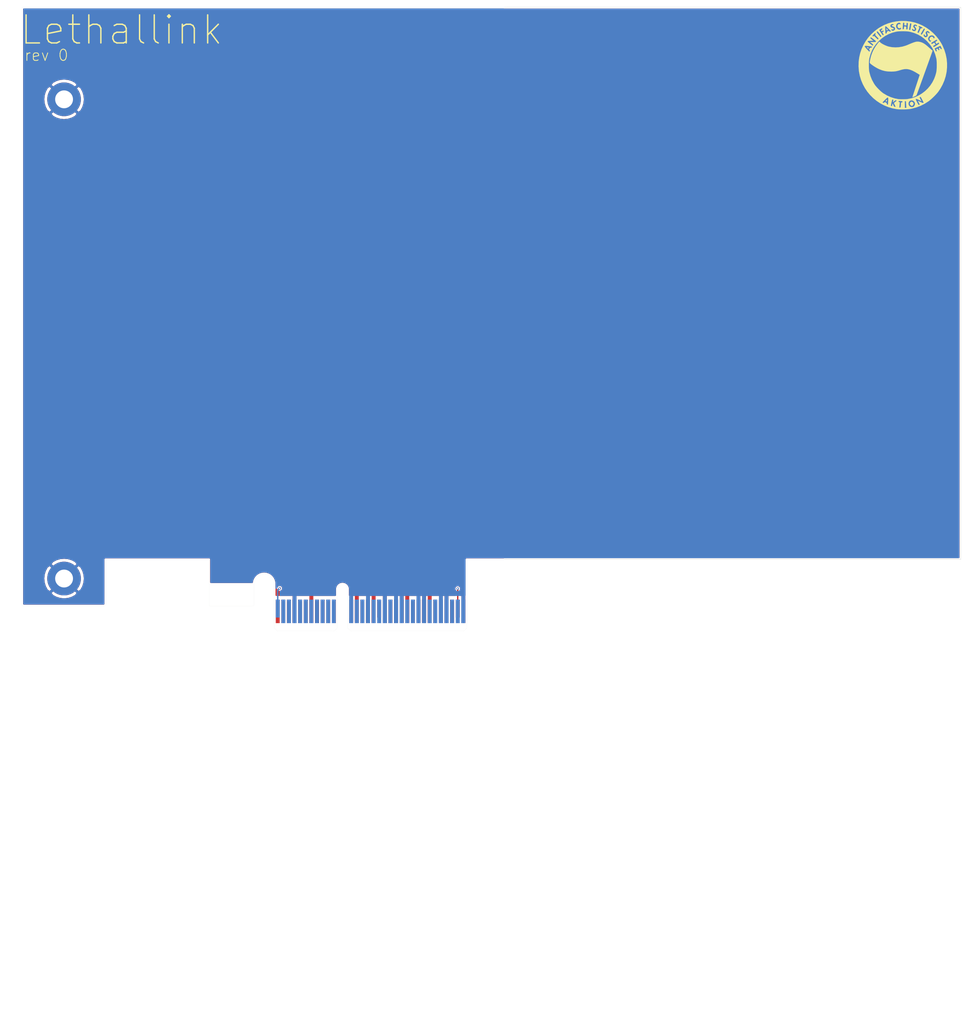
<source format=kicad_pcb>
(kicad_pcb (version 20171130) (host pcbnew 5.1.6)

  (general
    (thickness 1.6)
    (drawings 8)
    (tracks 10)
    (zones 0)
    (modules 2)
    (nets 37)
  )

  (page A4)
  (title_block
    (title "lethallink PCIe DMA Engine and debugger")
    (date 2020-06-13)
    (rev "rev A")
    (company Aki)
  )

  (layers
    (0 F.Cu mixed)
    (1 In1.Cu power)
    (2 In2.Cu mixed)
    (3 In3.Cu power)
    (4 In4.Cu power)
    (31 B.Cu mixed)
    (32 B.Adhes user)
    (33 F.Adhes user)
    (34 B.Paste user)
    (35 F.Paste user)
    (36 B.SilkS user)
    (37 F.SilkS user)
    (38 B.Mask user hide)
    (39 F.Mask user hide)
    (40 Dwgs.User user)
    (41 Cmts.User user)
    (42 Eco1.User user)
    (43 Eco2.User user)
    (44 Edge.Cuts user)
    (45 Margin user)
    (46 B.CrtYd user)
    (47 F.CrtYd user)
    (48 B.Fab user)
    (49 F.Fab user)
  )

  (setup
    (last_trace_width 0.25)
    (trace_clearance 0.2)
    (zone_clearance 0.1)
    (zone_45_only no)
    (trace_min 0.127)
    (via_size 0.8)
    (via_drill 0.4)
    (via_min_size 0.45)
    (via_min_drill 0.2)
    (blind_buried_vias_allowed yes)
    (uvia_size 0.3)
    (uvia_drill 0.1)
    (uvias_allowed no)
    (uvia_min_size 0.2)
    (uvia_min_drill 0.1)
    (edge_width 0.01)
    (segment_width 0.2)
    (pcb_text_width 0.3)
    (pcb_text_size 1.5 1.5)
    (mod_edge_width 0.12)
    (mod_text_size 1 1)
    (mod_text_width 0.15)
    (pad_size 0.7 4.2)
    (pad_drill 0)
    (pad_to_mask_clearance 0.05)
    (aux_axis_origin 17.45 126.85)
    (visible_elements FFFFFF7F)
    (pcbplotparams
      (layerselection 0x010fc_ffffffff)
      (usegerberextensions false)
      (usegerberattributes true)
      (usegerberadvancedattributes true)
      (creategerberjobfile true)
      (excludeedgelayer true)
      (linewidth 0.100000)
      (plotframeref false)
      (viasonmask false)
      (mode 1)
      (useauxorigin false)
      (hpglpennumber 1)
      (hpglpenspeed 20)
      (hpglpendiameter 15.000000)
      (psnegative false)
      (psa4output false)
      (plotreference true)
      (plotvalue true)
      (plotinvisibletext false)
      (padsonsilk false)
      (subtractmaskfromsilk false)
      (outputformat 1)
      (mirror false)
      (drillshape 1)
      (scaleselection 1)
      (outputdirectory ""))
  )

  (net 0 "")
  (net 1 "Net-(J1-PadA31)")
  (net 2 "Net-(J1-PadA30)")
  (net 3 "Net-(J1-PadA27)")
  (net 4 "Net-(J1-PadA26)")
  (net 5 "Net-(J1-PadA23)")
  (net 6 "Net-(J1-PadA22)")
  (net 7 "Net-(J1-PadA19)")
  (net 8 "Net-(J1-PadB30)")
  (net 9 "Net-(J1-PadB28)")
  (net 10 "Net-(J1-PadB27)")
  (net 11 "Net-(J1-PadB24)")
  (net 12 "Net-(J1-PadB23)")
  (net 13 "Net-(J1-PadB20)")
  (net 14 "Net-(J1-PadB19)")
  (net 15 "Net-(J1-PadB15)")
  (net 16 "Net-(J1-PadB17)")
  (net 17 "Net-(J1-PadB14)")
  (net 18 "Net-(J1-PadB12)")
  (net 19 "Net-(J1-PadB11)")
  (net 20 "Net-(J1-PadB9)")
  (net 21 "Net-(J1-PadB6)")
  (net 22 "Net-(J1-PadB5)")
  (net 23 "Net-(J1-PadA8)")
  (net 24 "Net-(J1-PadA11)")
  (net 25 "Net-(J1-PadA6)")
  (net 26 "Net-(J1-PadA5)")
  (net 27 "Net-(J1-PadA7)")
  (net 28 "Net-(J1-PadA17)")
  (net 29 "Net-(J1-PadA14)")
  (net 30 "Net-(J1-PadA13)")
  (net 31 "Net-(J1-PadA16)")
  (net 32 /PRSNT#)
  (net 33 GND)
  (net 34 +3.3VA)
  (net 35 +3V3)
  (net 36 +12V)

  (net_class Default "This is the default net class."
    (clearance 0.2)
    (trace_width 0.25)
    (via_dia 0.8)
    (via_drill 0.4)
    (uvia_dia 0.3)
    (uvia_drill 0.1)
    (add_net +12V)
    (add_net +3.3VA)
    (add_net +3V3)
    (add_net /PRSNT#)
    (add_net GND)
    (add_net "Net-(J1-PadA11)")
    (add_net "Net-(J1-PadA13)")
    (add_net "Net-(J1-PadA14)")
    (add_net "Net-(J1-PadA16)")
    (add_net "Net-(J1-PadA17)")
    (add_net "Net-(J1-PadA19)")
    (add_net "Net-(J1-PadA22)")
    (add_net "Net-(J1-PadA23)")
    (add_net "Net-(J1-PadA26)")
    (add_net "Net-(J1-PadA27)")
    (add_net "Net-(J1-PadA30)")
    (add_net "Net-(J1-PadA31)")
    (add_net "Net-(J1-PadA5)")
    (add_net "Net-(J1-PadA6)")
    (add_net "Net-(J1-PadA7)")
    (add_net "Net-(J1-PadA8)")
    (add_net "Net-(J1-PadB11)")
    (add_net "Net-(J1-PadB12)")
    (add_net "Net-(J1-PadB14)")
    (add_net "Net-(J1-PadB15)")
    (add_net "Net-(J1-PadB17)")
    (add_net "Net-(J1-PadB19)")
    (add_net "Net-(J1-PadB20)")
    (add_net "Net-(J1-PadB23)")
    (add_net "Net-(J1-PadB24)")
    (add_net "Net-(J1-PadB27)")
    (add_net "Net-(J1-PadB28)")
    (add_net "Net-(J1-PadB30)")
    (add_net "Net-(J1-PadB5)")
    (add_net "Net-(J1-PadB6)")
    (add_net "Net-(J1-PadB9)")
  )

  (module "lethalbit-graphics:Antifaschistische Aktion_600dpi" (layer F.Cu) (tedit 5ED55ED7) (tstamp 5ED5BB2F)
    (at 174.5 26)
    (fp_text reference G*** (at 0 0) (layer F.SilkS) hide
      (effects (font (size 1.524 1.524) (thickness 0.3)))
    )
    (fp_text value LOGO (at 0.75 0) (layer F.SilkS) hide
      (effects (font (size 1.524 1.524) (thickness 0.3)))
    )
    (fp_poly (pts (xy 0.556896 -7.852498) (xy 1.34718 -7.762452) (xy 2.098205 -7.60133) (xy 2.831833 -7.362967)
      (xy 3.541128 -7.047468) (xy 4.219187 -6.660547) (xy 4.859106 -6.207922) (xy 5.453981 -5.695309)
      (xy 5.996909 -5.128424) (xy 6.480985 -4.512983) (xy 6.899306 -3.854702) (xy 7.111686 -3.450167)
      (xy 7.433016 -2.694506) (xy 7.672818 -1.922946) (xy 7.831571 -1.14064) (xy 7.909754 -0.352741)
      (xy 7.907847 0.435597) (xy 7.826329 1.219222) (xy 7.665679 1.992979) (xy 7.426376 2.751717)
      (xy 7.1089 3.490281) (xy 6.713731 4.203519) (xy 6.34974 4.741854) (xy 6.162773 4.975896)
      (xy 5.924722 5.242622) (xy 5.653004 5.524957) (xy 5.365035 5.805824) (xy 5.078232 6.068145)
      (xy 4.81001 6.294846) (xy 4.61408 6.443646) (xy 3.923234 6.884415) (xy 3.205968 7.247192)
      (xy 2.455099 7.534991) (xy 1.663447 7.750826) (xy 1.346668 7.8153) (xy 1.108139 7.848486)
      (xy 0.806655 7.873675) (xy 0.463574 7.890554) (xy 0.10026 7.898811) (xy -0.261928 7.898133)
      (xy -0.601628 7.888209) (xy -0.89748 7.868725) (xy -1.058334 7.850479) (xy -1.847236 7.697646)
      (xy -2.606639 7.468636) (xy -3.130064 7.251594) (xy -2.11392 7.251594) (xy -2.112858 7.255189)
      (xy -2.063008 7.278661) (xy -2.003665 7.29901) (xy -1.947145 7.308867) (xy -1.908781 7.286134)
      (xy -1.87964 7.215508) (xy -1.850792 7.081691) (xy -1.839116 7.01712) (xy -1.813942 6.921154)
      (xy -1.785945 6.877889) (xy -1.778857 6.878637) (xy -1.74829 6.925982) (xy -1.700574 7.029643)
      (xy -1.652229 7.151049) (xy -1.584556 7.307172) (xy -1.521659 7.393338) (xy -1.466814 7.42135)
      (xy -1.338032 7.44273) (xy -1.278144 7.441854) (xy -1.27 7.431845) (xy -1.286374 7.387341)
      (xy -1.330015 7.28505) (xy -1.392701 7.144055) (xy -1.418167 7.087893) (xy -1.4855 6.939143)
      (xy -1.536837 6.823827) (xy -1.564026 6.760335) (xy -1.566334 6.753674) (xy -1.535464 6.725418)
      (xy -1.45362 6.658663) (xy -1.33695 6.566515) (xy -1.306505 6.54281) (xy -1.213372 6.466707)
      (xy -0.732107 6.466707) (xy -0.731089 6.540701) (xy -0.675934 6.578747) (xy -0.625471 6.591089)
      (xy -0.538463 6.61925) (xy -0.514775 6.672142) (xy -0.522103 6.72743) (xy -0.535724 6.820325)
      (xy -0.552481 6.970084) (xy -0.569377 7.149129) (xy -0.574329 7.208157) (xy -0.60431 7.577666)
      (xy -0.497245 7.577666) (xy -0.403961 7.550722) (xy -0.366898 7.482416) (xy -0.352959 7.397518)
      (xy -0.336116 7.254371) (xy -0.319336 7.079191) (xy -0.314154 7.01675) (xy -0.284691 6.646333)
      (xy -0.163512 6.646333) (xy -0.075461 6.633602) (xy -0.04449 6.580475) (xy -0.042334 6.5405)
      (xy -0.060486 6.460129) (xy -0.092515 6.434666) (xy 0.381 6.434666) (xy 0.381 7.62)
      (xy 0.647866 7.62) (xy 0.620266 7.168914) (xy 0.608645 6.965732) (xy 0.602193 6.835256)
      (xy 1.035286 6.835256) (xy 1.062599 7.042676) (xy 1.094546 7.129191) (xy 1.217151 7.31386)
      (xy 1.385017 7.436948) (xy 1.58145 7.492367) (xy 1.789759 7.47403) (xy 1.910428 7.426692)
      (xy 2.018211 7.334275) (xy 2.114342 7.190028) (xy 2.18077 7.026546) (xy 2.200403 6.903115)
      (xy 2.165031 6.724686) (xy 2.06824 6.547751) (xy 1.928606 6.401544) (xy 1.848326 6.348993)
      (xy 1.650651 6.283739) (xy 1.463408 6.291945) (xy 1.297424 6.362406) (xy 1.163524 6.483915)
      (xy 1.072536 6.645267) (xy 1.035286 6.835256) (xy 0.602193 6.835256) (xy 0.599438 6.779569)
      (xy 0.593827 6.63577) (xy 0.592666 6.576247) (xy 0.583862 6.47892) (xy 0.544887 6.440289)
      (xy 0.486833 6.434666) (xy 0.381 6.434666) (xy -0.092515 6.434666) (xy -0.09525 6.432492)
      (xy -0.162347 6.426926) (xy -0.286064 6.414498) (xy -0.43065 6.398883) (xy -0.580966 6.38377)
      (xy -0.667252 6.383494) (xy -0.70951 6.402555) (xy -0.727743 6.445455) (xy -0.732107 6.466707)
      (xy -1.213372 6.466707) (xy -1.173571 6.434185) (xy -1.104542 6.362367) (xy -1.092002 6.318538)
      (xy -1.105422 6.303832) (xy -1.205224 6.269028) (xy -1.315619 6.293803) (xy -1.451509 6.382955)
      (xy -1.513464 6.435179) (xy -1.617383 6.521745) (xy -1.694049 6.576464) (xy -1.723826 6.587619)
      (xy -1.72455 6.539962) (xy -1.705684 6.440943) (xy -1.694221 6.395629) (xy -1.666822 6.253656)
      (xy -1.683533 6.173269) (xy -1.749503 6.140887) (xy -1.79172 6.138333) (xy -1.831107 6.144881)
      (xy -1.863454 6.173149) (xy -1.893834 6.236073) (xy -1.927321 6.34659) (xy -1.968988 6.517636)
      (xy -2.007662 6.688948) (xy -2.051599 6.892976) (xy -2.085898 7.06522) (xy -2.107643 7.18999)
      (xy -2.11392 7.251594) (xy -3.130064 7.251594) (xy -3.332285 7.167742) (xy -4.019913 6.799258)
      (xy -4.243947 6.649365) (xy -3.598334 6.649365) (xy -3.564473 6.683901) (xy -3.496565 6.721445)
      (xy -3.407868 6.744599) (xy -3.338173 6.704349) (xy -3.32067 6.685907) (xy -3.247032 6.623364)
      (xy -3.166783 6.609835) (xy -3.053843 6.644494) (xy -2.985937 6.67534) (xy -2.885005 6.735742)
      (xy -2.842993 6.80663) (xy -2.836334 6.883903) (xy -2.824457 6.981528) (xy -2.77356 7.033971)
      (xy -2.661885 7.064755) (xy -2.643794 7.029272) (xy -2.623853 6.93229) (xy -2.609964 6.82625)
      (xy -2.596967 6.665695) (xy -2.585638 6.45965) (xy -2.578045 6.247291) (xy -2.577083 6.203711)
      (xy -2.576495 6.001334) (xy -2.588464 5.862681) (xy -2.620165 5.787461) (xy -2.678775 5.775383)
      (xy -2.771468 5.826155) (xy -2.905418 5.939488) (xy -3.087802 6.11509) (xy -3.153502 6.180336)
      (xy -3.309579 6.337524) (xy -3.441719 6.473738) (xy -3.539399 6.577881) (xy -3.592096 6.638858)
      (xy -3.598334 6.649365) (xy -4.243947 6.649365) (xy -4.665266 6.367477) (xy -5.264083 5.876692)
      (xy -5.812106 5.331197) (xy -6.305075 4.735285) (xy -6.73873 4.093249) (xy -7.108814 3.409382)
      (xy -7.411065 2.687979) (xy -7.641226 1.933331) (xy -7.795037 1.149733) (xy -7.809251 1.045581)
      (xy -7.87289 0.234898) (xy -7.867957 0.021166) (xy -6.031887 0.021166) (xy -6.029998 0.352023)
      (xy -6.023605 0.615005) (xy -6.011619 0.826836) (xy -5.99295 1.004239) (xy -5.966509 1.163939)
      (xy -5.953281 1.227666) (xy -5.757955 1.937679) (xy -5.489312 2.608818) (xy -5.143128 3.25105)
      (xy -5.00254 3.471333) (xy -4.82505 3.710881) (xy -4.595845 3.979229) (xy -4.33317 4.258143)
      (xy -4.055268 4.529386) (xy -3.780384 4.774722) (xy -3.52676 4.975916) (xy -3.429 5.044172)
      (xy -2.796488 5.415701) (xy -2.13741 5.711248) (xy -1.459194 5.927988) (xy -0.769264 6.063096)
      (xy -0.740834 6.066853) (xy -0.584992 6.079408) (xy -0.367595 6.086792) (xy -0.111582 6.089242)
      (xy 0.16011 6.086995) (xy 0.42454 6.080287) (xy 0.658772 6.069354) (xy 0.732933 6.063244)
      (xy 2.328453 6.063244) (xy 2.329751 6.105517) (xy 2.356085 6.180878) (xy 2.411109 6.301292)
      (xy 2.498478 6.478725) (xy 2.562443 6.606548) (xy 2.672329 6.823493) (xy 2.753664 6.973301)
      (xy 2.815047 7.064916) (xy 2.865076 7.107284) (xy 2.91235 7.109349) (xy 2.965465 7.080056)
      (xy 2.995757 7.057332) (xy 3.013863 7.018693) (xy 2.997725 6.945918) (xy 2.942833 6.825401)
      (xy 2.879341 6.706084) (xy 2.801459 6.561782) (xy 2.742347 6.447688) (xy 2.711612 6.382522)
      (xy 2.709333 6.374869) (xy 2.744746 6.38364) (xy 2.841008 6.423562) (xy 2.983152 6.488093)
      (xy 3.145229 6.565348) (xy 3.38163 6.672867) (xy 3.552895 6.733018) (xy 3.663471 6.746665)
      (xy 3.717808 6.714672) (xy 3.725333 6.678116) (xy 3.706547 6.62618) (xy 3.655124 6.514942)
      (xy 3.578465 6.359703) (xy 3.48397 6.175764) (xy 3.462799 6.13539) (xy 3.355487 5.933743)
      (xy 3.278197 5.796992) (xy 3.222732 5.714486) (xy 3.180895 5.67557) (xy 3.144489 5.669592)
      (xy 3.113549 5.681478) (xy 3.040343 5.721058) (xy 3.013575 5.73752) (xy 3.025403 5.777467)
      (xy 3.068177 5.875294) (xy 3.134074 6.01361) (xy 3.173216 6.092452) (xy 3.346116 6.436333)
      (xy 2.916307 6.220645) (xy 2.692716 6.113973) (xy 2.531558 6.050501) (xy 2.424352 6.027179)
      (xy 2.386339 6.030096) (xy 2.348534 6.042092) (xy 2.328453 6.063244) (xy 0.732933 6.063244)
      (xy 0.839866 6.054434) (xy 0.873456 6.050205) (xy 1.555455 5.913824) (xy 2.212132 5.700678)
      (xy 2.83751 5.415741) (xy 3.425612 5.063986) (xy 3.970459 4.650388) (xy 4.466075 4.179919)
      (xy 4.90648 3.657553) (xy 5.285698 3.088264) (xy 5.59775 2.477025) (xy 5.797616 1.953227)
      (xy 5.890704 1.654898) (xy 5.960842 1.392553) (xy 6.011077 1.144916) (xy 6.044455 0.890707)
      (xy 6.064022 0.608648) (xy 6.072826 0.277461) (xy 6.074219 0.021166) (xy 6.07233 -0.30969)
      (xy 6.065938 -0.572672) (xy 6.053952 -0.784503) (xy 6.035283 -0.961907) (xy 6.008841 -1.121606)
      (xy 5.995613 -1.185334) (xy 5.805934 -1.883934) (xy 5.551861 -2.530591) (xy 5.316523 -2.970003)
      (xy 5.709522 -2.970003) (xy 5.712287 -2.920406) (xy 5.745077 -2.816993) (xy 5.800811 -2.682054)
      (xy 5.801436 -2.680675) (xy 5.869441 -2.54016) (xy 5.920805 -2.464262) (xy 5.968323 -2.438209)
      (xy 6.007997 -2.442196) (xy 6.07833 -2.473502) (xy 6.096 -2.497435) (xy 6.080962 -2.554195)
      (xy 6.043705 -2.654317) (xy 6.032544 -2.681532) (xy 5.994965 -2.781997) (xy 5.995983 -2.835134)
      (xy 6.038357 -2.870325) (xy 6.050927 -2.877201) (xy 6.162676 -2.916912) (xy 6.244235 -2.888338)
      (xy 6.314918 -2.783907) (xy 6.321012 -2.771355) (xy 6.37319 -2.676944) (xy 6.418678 -2.647499)
      (xy 6.47702 -2.667011) (xy 6.534826 -2.69935) (xy 6.555108 -2.731602) (xy 6.54046 -2.790944)
      (xy 6.498544 -2.892399) (xy 6.465599 -2.992405) (xy 6.461834 -3.054034) (xy 6.466794 -3.060375)
      (xy 6.572413 -3.104127) (xy 6.644888 -3.088535) (xy 6.709145 -3.004277) (xy 6.73212 -2.961138)
      (xy 6.790121 -2.858788) (xy 6.835817 -2.820188) (xy 6.889516 -2.830956) (xy 6.904889 -2.838772)
      (xy 6.964363 -2.893021) (xy 6.970855 -2.93483) (xy 6.879476 -3.151054) (xy 6.814017 -3.29824)
      (xy 6.769725 -3.386265) (xy 6.741849 -3.425007) (xy 6.733083 -3.429) (xy 6.682852 -3.412386)
      (xy 6.574259 -3.36801) (xy 6.425595 -3.304073) (xy 6.255147 -3.228776) (xy 6.081205 -3.150322)
      (xy 5.922056 -3.07691) (xy 5.79599 -3.016743) (xy 5.721296 -2.978021) (xy 5.709522 -2.970003)
      (xy 5.316523 -2.970003) (xy 5.229371 -3.132727) (xy 4.834439 -3.697763) (xy 4.606775 -3.956316)
      (xy 5.087153 -3.956316) (xy 5.090629 -3.912792) (xy 5.129278 -3.843595) (xy 5.179805 -3.784285)
      (xy 5.210735 -3.767667) (xy 5.269621 -3.789811) (xy 5.36684 -3.845509) (xy 5.409572 -3.8735)
      (xy 5.515299 -3.938265) (xy 5.596532 -3.975671) (xy 5.614812 -3.979334) (xy 5.657406 -3.948804)
      (xy 5.718998 -3.875068) (xy 5.781152 -3.784906) (xy 5.825432 -3.705098) (xy 5.833401 -3.662426)
      (xy 5.833136 -3.662194) (xy 5.793187 -3.636173) (xy 5.703925 -3.580314) (xy 5.630333 -3.534834)
      (xy 5.520887 -3.466925) (xy 5.445524 -3.419114) (xy 5.42582 -3.405764) (xy 5.429729 -3.362945)
      (xy 5.467443 -3.293565) (xy 5.516026 -3.233904) (xy 5.544942 -3.217334) (xy 5.594265 -3.238581)
      (xy 5.699176 -3.296305) (xy 5.843862 -3.381476) (xy 5.998536 -3.47633) (xy 6.202902 -3.604444)
      (xy 6.344904 -3.696951) (xy 6.434011 -3.763054) (xy 6.479694 -3.811958) (xy 6.491423 -3.852866)
      (xy 6.478668 -3.894983) (xy 6.462043 -3.926799) (xy 6.410112 -4.02243) (xy 6.014008 -3.771228)
      (xy 5.909827 -3.945933) (xy 5.805645 -4.120638) (xy 5.99464 -4.240495) (xy 6.103604 -4.314925)
      (xy 6.151188 -4.368022) (xy 6.150576 -4.418551) (xy 6.138328 -4.44501) (xy 6.087015 -4.511962)
      (xy 6.053302 -4.529667) (xy 6.009106 -4.509161) (xy 5.909688 -4.454325) (xy 5.771942 -4.375188)
      (xy 5.612764 -4.281775) (xy 5.44905 -4.184113) (xy 5.297696 -4.092228) (xy 5.175597 -4.016147)
      (xy 5.099648 -3.965896) (xy 5.087153 -3.956316) (xy 4.606775 -3.956316) (xy 4.36304 -4.23312)
      (xy 4.318136 -4.278683) (xy 3.851267 -4.701826) (xy 4.529666 -4.701826) (xy 4.562275 -4.53881)
      (xy 4.646426 -4.371887) (xy 4.761605 -4.241607) (xy 4.763079 -4.240442) (xy 4.858718 -4.171318)
      (xy 4.922364 -4.15805) (xy 4.987101 -4.202333) (xy 5.037666 -4.2545) (xy 5.137091 -4.360334)
      (xy 5.045045 -4.360334) (xy 4.946875 -4.389313) (xy 4.868333 -4.445) (xy 4.794826 -4.571584)
      (xy 4.789895 -4.717973) (xy 4.84799 -4.863061) (xy 4.963561 -4.985741) (xy 5.019845 -5.021263)
      (xy 5.180742 -5.069509) (xy 5.323493 -5.037404) (xy 5.436973 -4.928296) (xy 5.45969 -4.888942)
      (xy 5.507074 -4.797613) (xy 5.535252 -4.745355) (xy 5.536259 -4.743686) (xy 5.570328 -4.75649)
      (xy 5.636495 -4.813364) (xy 5.639448 -4.816301) (xy 5.699943 -4.889495) (xy 5.701581 -4.954319)
      (xy 5.67154 -5.018605) (xy 5.544422 -5.174078) (xy 5.372782 -5.269384) (xy 5.175346 -5.300643)
      (xy 4.970841 -5.263973) (xy 4.829446 -5.193139) (xy 4.689691 -5.066173) (xy 4.58435 -4.905247)
      (xy 4.532197 -4.741134) (xy 4.529666 -4.701826) (xy 3.851267 -4.701826) (xy 3.798482 -4.749667)
      (xy 3.247692 -5.146195) (xy 2.891248 -5.34342) (xy 3.725333 -5.34342) (xy 3.764061 -5.1825)
      (xy 3.866986 -5.051705) (xy 4.014218 -4.971266) (xy 4.106333 -4.955842) (xy 4.182642 -4.975095)
      (xy 4.287971 -5.025699) (xy 4.30628 -5.036512) (xy 4.431161 -5.154735) (xy 4.479358 -5.30485)
      (xy 4.44762 -5.476611) (xy 4.446622 -5.47905) (xy 4.400459 -5.612627) (xy 4.371319 -5.729228)
      (xy 4.364278 -5.813294) (xy 4.397941 -5.838913) (xy 4.449184 -5.835061) (xy 4.546257 -5.788129)
      (xy 4.592989 -5.731644) (xy 4.644105 -5.669103) (xy 4.721392 -5.673828) (xy 4.735492 -5.678791)
      (xy 4.833719 -5.715128) (xy 4.75364 -5.852647) (xy 4.63539 -5.992711) (xy 4.495043 -6.064159)
      (xy 4.34999 -6.066306) (xy 4.217623 -5.998468) (xy 4.123934 -5.877439) (xy 4.089448 -5.796456)
      (xy 4.087146 -5.723401) (xy 4.119549 -5.624577) (xy 4.147764 -5.559014) (xy 4.205776 -5.388263)
      (xy 4.204397 -5.27428) (xy 4.14401 -5.218772) (xy 4.070949 -5.215123) (xy 3.982544 -5.24626)
      (xy 3.946871 -5.328795) (xy 3.944771 -5.344584) (xy 3.917476 -5.432086) (xy 3.848664 -5.460377)
      (xy 3.828354 -5.461) (xy 3.752535 -5.445185) (xy 3.726668 -5.380957) (xy 3.725333 -5.34342)
      (xy 2.891248 -5.34342) (xy 2.658359 -5.47228) (xy 2.492331 -5.54014) (xy 3.241462 -5.54014)
      (xy 3.251657 -5.504181) (xy 3.280963 -5.476838) (xy 3.281417 -5.476505) (xy 3.355179 -5.430871)
      (xy 3.389826 -5.418667) (xy 3.42034 -5.453416) (xy 3.48349 -5.548643) (xy 3.570781 -5.690823)
      (xy 3.673721 -5.866429) (xy 3.701493 -5.915) (xy 3.814575 -6.115772) (xy 3.889501 -6.256286)
      (xy 3.931082 -6.349239) (xy 3.944128 -6.407327) (xy 3.93345 -6.443248) (xy 3.91 -6.465334)
      (xy 3.837362 -6.509062) (xy 3.805223 -6.519334) (xy 3.773786 -6.484751) (xy 3.70928 -6.389993)
      (xy 3.620382 -6.248543) (xy 3.515768 -6.073886) (xy 3.488307 -6.026838) (xy 3.373802 -5.828063)
      (xy 3.297709 -5.689245) (xy 3.255205 -5.59755) (xy 3.241462 -5.54014) (xy 2.492331 -5.54014)
      (xy 2.023077 -5.731936) (xy 1.708898 -5.821923) (xy 2.633348 -5.821923) (xy 2.716889 -5.772138)
      (xy 2.798298 -5.744738) (xy 2.839276 -5.749387) (xy 2.865445 -5.798013) (xy 2.917401 -5.906801)
      (xy 2.986983 -6.05835) (xy 3.047374 -6.193088) (xy 3.144027 -6.399066) (xy 3.217347 -6.527915)
      (xy 3.26954 -6.583229) (xy 3.287847 -6.584671) (xy 3.380576 -6.546956) (xy 3.404008 -6.537439)
      (xy 3.46342 -6.551158) (xy 3.49254 -6.604129) (xy 3.509686 -6.680797) (xy 3.506948 -6.70844)
      (xy 3.464152 -6.731026) (xy 3.363991 -6.778653) (xy 3.226425 -6.84187) (xy 3.196917 -6.85522)
      (xy 3.046372 -6.92142) (xy 2.953274 -6.954585) (xy 2.898528 -6.957873) (xy 2.863042 -6.934441)
      (xy 2.846209 -6.913219) (xy 2.814057 -6.84608) (xy 2.850333 -6.794797) (xy 2.862045 -6.785942)
      (xy 2.938148 -6.737096) (xy 2.971316 -6.721284) (xy 2.970499 -6.68016) (xy 2.939396 -6.578082)
      (xy 2.883471 -6.430848) (xy 2.815244 -6.270103) (xy 2.739149 -6.095346) (xy 2.679305 -5.951869)
      (xy 2.642117 -5.855453) (xy 2.633348 -5.821923) (xy 1.708898 -5.821923) (xy 1.334436 -5.929176)
      (xy 1.227666 -5.953281) (xy 0.993369 -5.990639) (xy 0.696411 -6.017139) (xy 0.358101 -6.032782)
      (xy -0.000253 -6.037567) (xy -0.357344 -6.031495) (xy -0.691864 -6.014565) (xy -0.982506 -5.986777)
      (xy -1.185334 -5.953281) (xy -1.884711 -5.763392) (xy -2.531799 -5.509218) (xy -3.133493 -5.187017)
      (xy -3.696691 -4.793046) (xy -4.228288 -4.323564) (xy -4.276148 -4.276148) (xy -4.74904 -3.752927)
      (xy -5.145913 -3.202453) (xy -5.471415 -2.616163) (xy -5.730192 -1.985492) (xy -5.926892 -1.301877)
      (xy -5.953281 -1.185334) (xy -5.983195 -1.028051) (xy -6.004894 -0.859866) (xy -6.019467 -0.664055)
      (xy -6.028003 -0.423895) (xy -6.031592 -0.122662) (xy -6.031887 0.021166) (xy -7.867957 0.021166)
      (xy -7.854407 -0.565905) (xy -7.756199 -1.351945) (xy -7.580664 -2.118343) (xy -7.330197 -2.860216)
      (xy -7.097609 -3.373254) (xy -6.772192 -3.373254) (xy -6.757368 -3.292156) (xy -6.675721 -3.167953)
      (xy -6.529959 -2.994469) (xy -6.363423 -2.809936) (xy -6.201926 -2.634681) (xy -6.086852 -2.51509)
      (xy -6.008516 -2.443421) (xy -5.957233 -2.41193) (xy -5.923321 -2.412873) (xy -5.897756 -2.437599)
      (xy -5.852589 -2.519663) (xy -5.842 -2.562697) (xy -5.87074 -2.625415) (xy -5.926018 -2.68758)
      (xy -5.975977 -2.738089) (xy -5.986839 -2.784196) (xy -5.957639 -2.855603) (xy -5.918223 -2.926974)
      (xy -5.848055 -3.032774) (xy -5.777353 -3.08018) (xy -5.687528 -3.090334) (xy -5.56433 -3.11426)
      (xy -5.501393 -3.178626) (xy -5.474815 -3.256956) (xy -5.481255 -3.294032) (xy -5.530959 -3.308332)
      (xy -5.649027 -3.329125) (xy -5.819629 -3.353987) (xy -6.026935 -3.380496) (xy -6.109101 -3.390159)
      (xy -6.388647 -3.419701) (xy -6.590539 -3.430849) (xy -6.717485 -3.417426) (xy -6.772192 -3.373254)
      (xy -7.097609 -3.373254) (xy -7.007196 -3.572684) (xy -6.632382 -4.219256) (xy -6.262155 -4.219256)
      (xy -6.207928 -4.138087) (xy -6.081877 -4.021216) (xy -5.885876 -3.861624) (xy -5.854383 -3.836601)
      (xy -5.686787 -3.704783) (xy -5.543341 -3.594179) (xy -5.436754 -3.514421) (xy -5.379732 -3.47514)
      (xy -5.374217 -3.47269) (xy -5.328061 -3.497395) (xy -5.300134 -3.522134) (xy -5.260133 -3.578464)
      (xy -5.263496 -3.637301) (xy -5.317848 -3.710831) (xy -5.430815 -3.811243) (xy -5.530082 -3.889599)
      (xy -5.81083 -4.106334) (xy -5.323599 -4.106334) (xy -5.101366 -4.108645) (xy -4.949214 -4.116749)
      (xy -4.852655 -4.132402) (xy -4.7972 -4.157357) (xy -4.781904 -4.171958) (xy -4.749476 -4.235697)
      (xy -4.787304 -4.291877) (xy -4.869989 -4.362037) (xy -4.991487 -4.459302) (xy -5.136198 -4.571869)
      (xy -5.288525 -4.687941) (xy -5.43287 -4.795718) (xy -5.553633 -4.8834) (xy -5.635217 -4.939188)
      (xy -5.661271 -4.953) (xy -5.707184 -4.921241) (xy -5.747092 -4.869002) (xy -5.766617 -4.823329)
      (xy -5.755474 -4.777303) (xy -5.703085 -4.716893) (xy -5.598874 -4.628069) (xy -5.515719 -4.562085)
      (xy -5.231888 -4.339167) (xy -5.723346 -4.327276) (xy -5.975155 -4.318733) (xy -6.147643 -4.302561)
      (xy -6.242685 -4.271741) (xy -6.262155 -4.219256) (xy -6.632382 -4.219256) (xy -6.614058 -4.250865)
      (xy -6.15318 -4.88988) (xy -5.85745 -5.224244) (xy -5.381867 -5.224244) (xy -5.369754 -5.183645)
      (xy -5.347337 -5.156015) (xy -5.290084 -5.104322) (xy -5.241212 -5.115242) (xy -5.198197 -5.151468)
      (xy -5.160053 -5.180011) (xy -5.120766 -5.184361) (xy -5.067327 -5.156382) (xy -4.986727 -5.087936)
      (xy -4.865958 -4.970887) (xy -4.79266 -4.89781) (xy -4.65836 -4.765716) (xy -4.546021 -4.65935)
      (xy -4.468912 -4.591018) (xy -4.44132 -4.572) (xy -4.396463 -4.599817) (xy -4.346812 -4.64822)
      (xy -4.319895 -4.685962) (xy -4.318472 -4.726393) (xy -4.35085 -4.782625) (xy -4.425337 -4.867771)
      (xy -4.55024 -4.99494) (xy -4.594251 -5.038744) (xy -4.724971 -5.172976) (xy -4.829402 -5.288557)
      (xy -4.894832 -5.370901) (xy -4.910667 -5.401841) (xy -4.881192 -5.467207) (xy -4.846099 -5.50422)
      (xy -4.805199 -5.552005) (xy -4.824301 -5.603085) (xy -4.853981 -5.637863) (xy -4.89268 -5.67431)
      (xy -4.931319 -5.681102) (xy -4.98563 -5.650187) (xy -5.071347 -5.573513) (xy -5.17159 -5.475317)
      (xy -5.291465 -5.354309) (xy -5.358664 -5.275875) (xy -5.381867 -5.224244) (xy -5.85745 -5.224244)
      (xy -5.626959 -5.484846) (xy -5.173286 -5.905309) (xy -4.629164 -5.905309) (xy -4.617684 -5.857038)
      (xy -4.57489 -5.78374) (xy -4.494553 -5.672932) (xy -4.370442 -5.512128) (xy -4.317203 -5.443894)
      (xy -4.186441 -5.279055) (xy -4.073327 -5.141469) (xy -3.988289 -5.043451) (xy -3.941754 -4.997318)
      (xy -3.937417 -4.995334) (xy -3.889216 -5.023463) (xy -3.841935 -5.069417) (xy -3.819354 -5.103764)
      (xy -3.817729 -5.145318) (xy -3.843669 -5.205994) (xy -3.903782 -5.297705) (xy -4.004676 -5.432365)
      (xy -4.137468 -5.602231) (xy -4.281481 -5.784296) (xy -4.383165 -5.908274) (xy -4.452562 -5.982605)
      (xy -4.499714 -6.015729) (xy -4.534665 -6.016084) (xy -4.567458 -5.992108) (xy -4.583107 -5.976708)
      (xy -4.615562 -5.941037) (xy -4.629164 -5.905309) (xy -5.173286 -5.905309) (xy -5.037792 -6.030884)
      (xy -4.729789 -6.264228) (xy -4.191364 -6.264228) (xy -4.078804 -6.084864) (xy -4.000571 -5.962852)
      (xy -3.895001 -5.801651) (xy -3.782332 -5.632111) (xy -3.759436 -5.597997) (xy -3.657276 -5.450222)
      (xy -3.587059 -5.363054) (xy -3.536213 -5.325077) (xy -3.492167 -5.324878) (xy -3.469648 -5.334903)
      (xy -3.403459 -5.387787) (xy -3.386667 -5.423113) (xy -3.409089 -5.480453) (xy -3.466539 -5.579834)
      (xy -3.513942 -5.6519) (xy -3.641218 -5.836889) (xy -3.513942 -5.912072) (xy -3.416296 -5.984518)
      (xy -3.391438 -6.054273) (xy -3.425343 -6.133865) (xy -3.462257 -6.164728) (xy -3.523027 -6.150982)
      (xy -3.60843 -6.102842) (xy -3.754139 -6.012789) (xy -3.812407 -6.121663) (xy -3.848014 -6.203854)
      (xy -3.834666 -6.24803) (xy -3.808587 -6.266204) (xy -3.725481 -6.319975) (xy -3.661834 -6.365681)
      (xy -3.604175 -6.418453) (xy -3.613573 -6.463615) (xy -3.649401 -6.502802) (xy -3.692698 -6.538812)
      (xy -3.739051 -6.544385) (xy -3.80911 -6.513965) (xy -3.923526 -6.441996) (xy -3.956499 -6.420169)
      (xy -4.191364 -6.264228) (xy -4.729789 -6.264228) (xy -4.388075 -6.523111) (xy -4.08643 -6.7158)
      (xy -3.124103 -6.7158) (xy -3.121111 -6.502467) (xy -3.110624 -6.269816) (xy -3.098768 -6.048961)
      (xy -3.086559 -5.858727) (xy -3.075166 -5.714901) (xy -3.065754 -5.63327) (xy -3.062683 -5.621347)
      (xy -3.016275 -5.614509) (xy -2.940655 -5.638725) (xy -2.861689 -5.700347) (xy -2.836584 -5.804279)
      (xy -2.836334 -5.8212) (xy -2.825127 -5.912518) (xy -2.776996 -5.973443) (xy -2.670173 -6.031066)
      (xy -2.666317 -6.032809) (xy -2.558504 -6.078153) (xy -2.494204 -6.086394) (xy -2.440155 -6.056123)
      (xy -2.401734 -6.021607) (xy -2.320806 -5.963) (xy -2.24213 -5.963678) (xy -2.189536 -5.983119)
      (xy -2.071906 -6.0325) (xy -2.530681 -6.489365) (xy -2.737435 -6.693166) (xy -2.891698 -6.834082)
      (xy -3.000482 -6.909459) (xy -3.070802 -6.916641) (xy -3.109671 -6.852973) (xy -3.124103 -6.7158)
      (xy -4.08643 -6.7158) (xy -3.957258 -6.798314) (xy -3.639287 -6.965484) (xy -2.199697 -6.965484)
      (xy -2.162689 -6.83893) (xy -2.070182 -6.733536) (xy -1.920574 -6.667283) (xy -1.883834 -6.660339)
      (xy -1.723769 -6.622041) (xy -1.635871 -6.562776) (xy -1.608672 -6.474749) (xy -1.608667 -6.473306)
      (xy -1.642356 -6.383986) (xy -1.724386 -6.341632) (xy -1.826203 -6.357778) (xy -1.854104 -6.374168)
      (xy -1.923976 -6.412967) (xy -1.96535 -6.391182) (xy -1.987649 -6.353771) (xy -2.024521 -6.273126)
      (xy -2.012413 -6.224323) (xy -1.939326 -6.175518) (xy -1.915584 -6.162547) (xy -1.819707 -6.114734)
      (xy -1.748969 -6.102731) (xy -1.66381 -6.125735) (xy -1.589548 -6.155917) (xy -1.443734 -6.250672)
      (xy -1.368713 -6.388485) (xy -1.354667 -6.511861) (xy -1.392756 -6.669409) (xy -1.506374 -6.789697)
      (xy -1.694549 -6.871743) (xy -1.716258 -6.87751) (xy -1.729481 -6.882187) (xy -1.178053 -6.882187)
      (xy -1.166843 -6.793876) (xy -1.113078 -6.661064) (xy -1.013436 -6.524017) (xy -0.891776 -6.409043)
      (xy -0.77196 -6.342451) (xy -0.753182 -6.337774) (xy -0.633699 -6.318) (xy -0.551889 -6.318909)
      (xy -0.462781 -6.342775) (xy -0.429651 -6.354142) (xy -0.351476 -6.392334) (xy -0.011938 -6.392334)
      (xy 0.097762 -6.392334) (xy 0.159304 -6.398723) (xy 0.195842 -6.431026) (xy 0.218114 -6.508947)
      (xy 0.236199 -6.646334) (xy 0.256564 -6.792793) (xy 0.287811 -6.870593) (xy 0.348301 -6.895411)
      (xy 0.456396 -6.882923) (xy 0.502708 -6.873875) (xy 0.576572 -6.855025) (xy 0.616073 -6.821419)
      (xy 0.631962 -6.750694) (xy 0.63499 -6.62049) (xy 0.635 -6.598709) (xy 0.637448 -6.459698)
      (xy 0.650329 -6.385277) (xy 0.681945 -6.355396) (xy 0.73798 -6.35) (xy 0.830114 -6.378362)
      (xy 0.833975 -6.383945) (xy 1.148146 -6.383945) (xy 1.155095 -6.313586) (xy 1.179191 -6.2762)
      (xy 1.220624 -6.259264) (xy 1.23825 -6.256009) (xy 1.317599 -6.246567) (xy 1.345411 -6.247338)
      (xy 1.356755 -6.289005) (xy 1.362257 -6.315455) (xy 1.661134 -6.315455) (xy 1.708617 -6.223145)
      (xy 1.792574 -6.137625) (xy 1.900922 -6.075606) (xy 2.013143 -6.053667) (xy 2.132115 -6.061484)
      (xy 2.220603 -6.079964) (xy 2.29845 -6.146014) (xy 2.366655 -6.262701) (xy 2.407874 -6.396348)
      (xy 2.413 -6.45361) (xy 2.381842 -6.557295) (xy 2.298205 -6.685732) (xy 2.259773 -6.731027)
      (xy 2.172263 -6.835577) (xy 2.138642 -6.902741) (xy 2.150357 -6.952313) (xy 2.159123 -6.963982)
      (xy 2.235495 -7.021334) (xy 2.31902 -7.002865) (xy 2.377122 -6.957991) (xy 2.44838 -6.91333)
      (xy 2.510031 -6.935482) (xy 2.515522 -6.93992) (xy 2.557337 -7.015202) (xy 2.520296 -7.097621)
      (xy 2.409972 -7.177066) (xy 2.242864 -7.234456) (xy 2.102813 -7.214659) (xy 1.978359 -7.115888)
      (xy 1.972263 -7.108752) (xy 1.889554 -6.986791) (xy 1.871915 -6.878975) (xy 1.921348 -6.763911)
      (xy 2.015495 -6.646747) (xy 2.108282 -6.531788) (xy 2.145935 -6.4454) (xy 2.141689 -6.371459)
      (xy 2.090725 -6.285802) (xy 2.010136 -6.270358) (xy 1.917417 -6.324995) (xy 1.875631 -6.373459)
      (xy 1.792965 -6.451124) (xy 1.723934 -6.453596) (xy 1.662211 -6.397842) (xy 1.661134 -6.315455)
      (xy 1.362257 -6.315455) (xy 1.379578 -6.398704) (xy 1.410849 -6.561051) (xy 1.447542 -6.760664)
      (xy 1.458265 -6.820524) (xy 1.494579 -7.027417) (xy 1.524041 -7.201159) (xy 1.544139 -7.326465)
      (xy 1.55236 -7.388049) (xy 1.552187 -7.391795) (xy 1.489031 -7.414086) (xy 1.402848 -7.42716)
      (xy 1.332112 -7.427083) (xy 1.312333 -7.416312) (xy 1.305153 -7.362307) (xy 1.285695 -7.24355)
      (xy 1.257078 -7.078546) (xy 1.228309 -6.918089) (xy 1.184941 -6.673674) (xy 1.158158 -6.499801)
      (xy 1.148146 -6.383945) (xy 0.833975 -6.383945) (xy 0.861738 -6.424084) (xy 0.872337 -6.494349)
      (xy 0.885405 -6.62912) (xy 0.899207 -6.808342) (xy 0.910844 -6.991487) (xy 0.922208 -7.202267)
      (xy 0.926372 -7.343658) (xy 0.921601 -7.430761) (xy 0.906161 -7.478677) (xy 0.878318 -7.502508)
      (xy 0.850965 -7.512803) (xy 0.758502 -7.525326) (xy 0.704374 -7.483067) (xy 0.680501 -7.375138)
      (xy 0.677333 -7.278835) (xy 0.677333 -7.069667) (xy 0.532629 -7.069667) (xy 0.387118 -7.077024)
      (xy 0.30892 -7.1106) (xy 0.281154 -7.187656) (xy 0.28654 -7.321308) (xy 0.294171 -7.446829)
      (xy 0.280442 -7.513811) (xy 0.237445 -7.547304) (xy 0.212365 -7.556279) (xy 0.12517 -7.565918)
      (xy 0.083347 -7.550122) (xy 0.068153 -7.496519) (xy 0.051398 -7.375225) (xy 0.034931 -7.20315)
      (xy 0.020597 -6.997201) (xy 0.018139 -6.95325) (xy -0.011938 -6.392334) (xy -0.351476 -6.392334)
      (xy -0.337237 -6.39929) (xy -0.301144 -6.468515) (xy -0.296334 -6.547042) (xy -0.299786 -6.642701)
      (xy -0.321197 -6.667896) (xy -0.377148 -6.636818) (xy -0.39042 -6.627568) (xy -0.54365 -6.562881)
      (xy -0.692497 -6.574669) (xy -0.817657 -6.65864) (xy -0.8694 -6.734028) (xy -0.922455 -6.901665)
      (xy -0.914632 -7.058446) (xy -0.856552 -7.190108) (xy -0.758841 -7.282387) (xy -0.63212 -7.321019)
      (xy -0.487014 -7.29174) (xy -0.462884 -7.279844) (xy -0.40116 -7.25902) (xy -0.382244 -7.302874)
      (xy -0.381649 -7.332761) (xy -0.414729 -7.463377) (xy -0.507975 -7.538069) (xy -0.655559 -7.553957)
      (xy -0.781471 -7.5304) (xy -0.952726 -7.44204) (xy -1.081946 -7.29301) (xy -1.160075 -7.100622)
      (xy -1.178053 -6.882187) (xy -1.729481 -6.882187) (xy -1.868944 -6.931515) (xy -1.937712 -6.994852)
      (xy -1.940916 -7.005718) (xy -1.923631 -7.090694) (xy -1.846713 -7.136462) (xy -1.750664 -7.13389)
      (xy -1.663339 -7.142286) (xy -1.63411 -7.179622) (xy -1.624298 -7.261856) (xy -1.678832 -7.307793)
      (xy -1.805767 -7.32352) (xy -1.824756 -7.323667) (xy -1.993734 -7.29229) (xy -2.113617 -7.210146)
      (xy -2.182805 -7.095217) (xy -2.199697 -6.965484) (xy -3.639287 -6.965484) (xy -3.272149 -7.158502)
      (xy -2.549431 -7.446314) (xy -1.797135 -7.660684) (xy -1.023293 -7.800549) (xy -0.235939 -7.864841)
      (xy 0.556896 -7.852498)) (layer F.SilkS) (width 0.01))
    (fp_poly (pts (xy 1.715104 6.552147) (xy 1.841938 6.654574) (xy 1.917563 6.764006) (xy 1.938978 6.866264)
      (xy 1.931797 6.940324) (xy 1.883904 7.069861) (xy 1.796237 7.186193) (xy 1.69192 7.263765)
      (xy 1.623239 7.281333) (xy 1.556906 7.253126) (xy 1.461595 7.181372) (xy 1.408576 7.132043)
      (xy 1.318526 7.032983) (xy 1.280016 6.953975) (xy 1.279339 6.861112) (xy 1.284522 6.825126)
      (xy 1.343116 6.662688) (xy 1.4462 6.559439) (xy 1.57609 6.520788) (xy 1.715104 6.552147)) (layer F.SilkS) (width 0.01))
    (fp_poly (pts (xy -2.798856 6.194609) (xy -2.79822 6.231084) (xy -2.816921 6.386834) (xy -2.859281 6.467309)
      (xy -2.930044 6.479761) (xy -2.955801 6.471967) (xy -3.054101 6.435138) (xy -2.964413 6.309182)
      (xy -2.875609 6.196711) (xy -2.821343 6.158953) (xy -2.798856 6.194609)) (layer F.SilkS) (width 0.01))
    (fp_poly (pts (xy -5.711412 0.009474) (xy -5.414139 0.23167) (xy -5.079141 0.457514) (xy -4.73889 0.666132)
      (xy -4.42586 0.836652) (xy -4.420094 0.839533) (xy -3.925771 1.060706) (xy -3.448334 1.218272)
      (xy -2.962675 1.318034) (xy -2.443685 1.365797) (xy -2.116667 1.371957) (xy -1.77278 1.364663)
      (xy -1.47097 1.342719) (xy -1.184661 1.301829) (xy -0.887279 1.237699) (xy -0.552248 1.146035)
      (xy -0.361759 1.088365) (xy -0.114143 1.014346) (xy 0.07886 0.96468) (xy 0.242194 0.93475)
      (xy 0.400803 0.919941) (xy 0.5715 0.915666) (xy 0.786528 0.919957) (xy 0.950587 0.938561)
      (xy 1.096901 0.976833) (xy 1.20592 1.017934) (xy 1.338548 1.080808) (xy 1.434519 1.142328)
      (xy 1.471073 1.185335) (xy 1.459154 1.235718) (xy 1.420698 1.358419) (xy 1.358211 1.546224)
      (xy 1.274198 1.791922) (xy 1.171163 2.088299) (xy 1.051613 2.428143) (xy 0.918051 2.804241)
      (xy 0.772984 3.209381) (xy 0.640341 3.577166) (xy -0.202123 5.9055) (xy -0.429145 5.912084)
      (xy -0.572303 5.912185) (xy -0.688685 5.905207) (xy -0.73025 5.898397) (xy -0.793109 5.855649)
      (xy -0.804334 5.824046) (xy -0.791253 5.771892) (xy -0.75419 5.649701) (xy -0.696414 5.467597)
      (xy -0.621193 5.235706) (xy -0.531796 4.96415) (xy -0.431492 4.663055) (xy -0.379974 4.509652)
      (xy -0.25747 4.149034) (xy -0.159644 3.860502) (xy -0.087274 3.634919) (xy -0.041136 3.463148)
      (xy -0.022006 3.336051) (xy -0.030661 3.244492) (xy -0.067877 3.179334) (xy -0.134432 3.13144)
      (xy -0.231101 3.091672) (xy -0.358661 3.050894) (xy -0.508 3.003286) (xy -0.699158 2.941452)
      (xy -0.839585 2.904539) (xy -0.958192 2.888734) (xy -1.083889 2.890222) (xy -1.245588 2.905187)
      (xy -1.248834 2.905538) (xy -1.418894 2.918898) (xy -1.6465 2.929732) (xy -1.904547 2.937084)
      (xy -2.165929 2.939994) (xy -2.2225 2.939939) (xy -2.592571 2.930428) (xy -2.905563 2.900983)
      (xy -3.187853 2.845951) (xy -3.465815 2.759678) (xy -3.765825 2.63651) (xy -3.877763 2.585118)
      (xy -4.255695 2.387878) (xy -4.579027 2.17102) (xy -4.877804 1.913059) (xy -5.023999 1.765507)
      (xy -5.246604 1.498799) (xy -5.447692 1.196384) (xy -5.616879 0.878572) (xy -5.743782 0.56567)
      (xy -5.818018 0.277985) (xy -5.829328 0.1905) (xy -5.85599 -0.105834) (xy -5.711412 0.009474)) (layer F.Cu) (width 0.01))
    (fp_poly (pts (xy -4.12133 -4.163133) (xy -4.043865 -4.091302) (xy -3.975595 -4.022871) (xy -3.844214 -3.915199)
      (xy -3.650991 -3.792367) (xy -3.415086 -3.663843) (xy -3.155661 -3.539096) (xy -2.891878 -3.427596)
      (xy -2.642899 -3.33881) (xy -2.518834 -3.302993) (xy -1.922314 -3.190812) (xy -1.30178 -3.15227)
      (xy -0.672679 -3.186094) (xy -0.050454 -3.291013) (xy 0.549449 -3.465754) (xy 0.837282 -3.579377)
      (xy 1.239423 -3.751613) (xy 1.575098 -3.890486) (xy 1.854412 -3.998769) (xy 2.087468 -4.079234)
      (xy 2.284369 -4.134651) (xy 2.455219 -4.167794) (xy 2.610121 -4.181433) (xy 2.759179 -4.17834)
      (xy 2.912496 -4.161288) (xy 2.942135 -4.156825) (xy 3.217942 -4.097435) (xy 3.482951 -4.00328)
      (xy 3.74914 -3.867366) (xy 4.02849 -3.682697) (xy 4.332978 -3.442279) (xy 4.656666 -3.155661)
      (xy 4.826738 -3.001498) (xy 4.984406 -2.86329) (xy 5.114669 -2.753861) (xy 5.202526 -2.686033)
      (xy 5.217583 -2.676184) (xy 5.298142 -2.618955) (xy 5.333894 -2.575856) (xy 5.334 -2.574429)
      (xy 5.319943 -2.530112) (xy 5.279353 -2.412774) (xy 5.214596 -2.228971) (xy 5.128042 -1.985263)
      (xy 5.022058 -1.688208) (xy 4.899012 -1.344365) (xy 4.761272 -0.960291) (xy 4.611207 -0.542547)
      (xy 4.451185 -0.097689) (xy 4.283574 0.367724) (xy 4.110741 0.847132) (xy 3.935055 1.333979)
      (xy 3.758885 1.821704) (xy 3.584597 2.30375) (xy 3.414561 2.773559) (xy 3.251144 3.224571)
      (xy 3.096715 3.650228) (xy 2.953641 4.043972) (xy 2.824291 4.399245) (xy 2.711032 4.709487)
      (xy 2.616234 4.968141) (xy 2.542263 5.168648) (xy 2.491489 5.304449) (xy 2.466279 5.368986)
      (xy 2.464371 5.373016) (xy 2.409704 5.424093) (xy 2.306983 5.488665) (xy 2.175299 5.55809)
      (xy 2.033745 5.623726) (xy 1.901412 5.676932) (xy 1.797393 5.709066) (xy 1.740779 5.711486)
      (xy 1.735666 5.702858) (xy 1.748496 5.661155) (xy 1.785298 5.546791) (xy 1.843538 5.367514)
      (xy 1.920685 5.131074) (xy 2.014205 4.845221) (xy 2.121566 4.517703) (xy 2.240235 4.156271)
      (xy 2.36768 3.768672) (xy 2.385992 3.713024) (xy 3.036318 1.736945) (xy 2.650575 1.496163)
      (xy 2.202547 1.2287) (xy 1.802493 1.018905) (xy 1.438665 0.864431) (xy 1.099315 0.762933)
      (xy 0.772694 0.712064) (xy 0.447055 0.709478) (xy 0.11065 0.752828) (xy -0.248271 0.83977)
      (xy -0.401862 0.886574) (xy -0.753981 0.992986) (xy -1.058188 1.068544) (xy -1.343449 1.117872)
      (xy -1.638729 1.145595) (xy -1.97299 1.156335) (xy -2.0955 1.156941) (xy -2.654871 1.133785)
      (xy -3.167544 1.060408) (xy -3.65894 0.930943) (xy -4.15448 0.739521) (xy -4.397889 0.625576)
      (xy -4.631287 0.503191) (xy -4.875209 0.362047) (xy -5.117258 0.210734) (xy -5.345036 0.057842)
      (xy -5.546146 -0.088037) (xy -5.708191 -0.218316) (xy -5.818771 -0.324402) (xy -5.863266 -0.389764)
      (xy -5.870715 -0.481961) (xy -5.856614 -0.638753) (xy -5.824196 -0.843775) (xy -5.776694 -1.080665)
      (xy -5.717339 -1.333056) (xy -5.649366 -1.584587) (xy -5.588007 -1.783134) (xy -5.418522 -2.245799)
      (xy -5.227356 -2.663101) (xy -4.995666 -3.074299) (xy -4.881698 -3.254689) (xy -4.775053 -3.412859)
      (xy -4.652122 -3.585708) (xy -4.523468 -3.75953) (xy -4.399656 -3.920616) (xy -4.291249 -4.055259)
      (xy -4.208811 -4.149753) (xy -4.162906 -4.190388) (xy -4.160112 -4.191) (xy -4.12133 -4.163133)) (layer F.SilkS) (width 0.01))
    (fp_poly (pts (xy -6.24744 -3.167472) (xy -6.118189 -3.143032) (xy -6.067241 -3.094144) (xy -6.090456 -3.015621)
      (xy -6.106844 -2.991459) (xy -6.145879 -2.950458) (xy -6.187636 -2.956074) (xy -6.254854 -3.015573)
      (xy -6.287331 -3.049142) (xy -6.4135 -3.181109) (xy -6.24744 -3.167472)) (layer F.SilkS) (width 0.01))
    (fp_poly (pts (xy -2.800039 -6.458497) (xy -2.710877 -6.358939) (xy -2.668613 -6.277329) (xy -2.679542 -6.229412)
      (xy -2.705871 -6.223) (xy -2.776816 -6.209037) (xy -2.811705 -6.197305) (xy -2.86374 -6.19962)
      (xy -2.879242 -6.270919) (xy -2.879245 -6.271388) (xy -2.890564 -6.394788) (xy -2.906451 -6.477)
      (xy -2.933078 -6.582834) (xy -2.800039 -6.458497)) (layer F.SilkS) (width 0.01))
    (fp_poly (pts (xy -5.727523 0.009474) (xy -5.43025 0.23167) (xy -5.095252 0.457514) (xy -4.755001 0.666132)
      (xy -4.441971 0.836652) (xy -4.436205 0.839533) (xy -3.941882 1.060706) (xy -3.464445 1.218272)
      (xy -2.978786 1.318034) (xy -2.459796 1.365797) (xy -2.132778 1.371957) (xy -1.788891 1.364663)
      (xy -1.487081 1.342719) (xy -1.200772 1.301829) (xy -0.90339 1.237699) (xy -0.568359 1.146035)
      (xy -0.37787 1.088365) (xy -0.130254 1.014346) (xy 0.062749 0.96468) (xy 0.226083 0.93475)
      (xy 0.384692 0.919941) (xy 0.555389 0.915666) (xy 0.770417 0.919957) (xy 0.934476 0.938561)
      (xy 1.08079 0.976833) (xy 1.189809 1.017934) (xy 1.322437 1.080808) (xy 1.418408 1.142328)
      (xy 1.454962 1.185335) (xy 1.443043 1.235718) (xy 1.404587 1.358419) (xy 1.3421 1.546224)
      (xy 1.258087 1.791922) (xy 1.155052 2.088299) (xy 1.035502 2.428143) (xy 0.90194 2.804241)
      (xy 0.756873 3.209381) (xy 0.62423 3.577166) (xy -0.218234 5.9055) (xy -0.445256 5.912084)
      (xy -0.588414 5.912185) (xy -0.704796 5.905207) (xy -0.746361 5.898397) (xy -0.80922 5.855649)
      (xy -0.820445 5.824046) (xy -0.807364 5.771892) (xy -0.770301 5.649701) (xy -0.712525 5.467597)
      (xy -0.637304 5.235706) (xy -0.547907 4.96415) (xy -0.447603 4.663055) (xy -0.396085 4.509652)
      (xy -0.273581 4.149034) (xy -0.175755 3.860502) (xy -0.103385 3.634919) (xy -0.057247 3.463148)
      (xy -0.038117 3.336051) (xy -0.046772 3.244492) (xy -0.083988 3.179334) (xy -0.150543 3.13144)
      (xy -0.247212 3.091672) (xy -0.374772 3.050894) (xy -0.524111 3.003286) (xy -0.715269 2.941452)
      (xy -0.855696 2.904539) (xy -0.974303 2.888734) (xy -1.1 2.890222) (xy -1.261699 2.905187)
      (xy -1.264945 2.905538) (xy -1.435005 2.918898) (xy -1.662611 2.929732) (xy -1.920658 2.937084)
      (xy -2.18204 2.939994) (xy -2.238611 2.939939) (xy -2.608682 2.930428) (xy -2.921674 2.900983)
      (xy -3.203964 2.845951) (xy -3.481926 2.759678) (xy -3.781936 2.63651) (xy -3.893874 2.585118)
      (xy -4.271806 2.387878) (xy -4.595138 2.17102) (xy -4.893915 1.913059) (xy -5.04011 1.765507)
      (xy -5.262715 1.498799) (xy -5.463803 1.196384) (xy -5.63299 0.878572) (xy -5.759893 0.56567)
      (xy -5.834129 0.277985) (xy -5.845439 0.1905) (xy -5.872101 -0.105834) (xy -5.727523 0.009474)) (layer F.Mask) (width 0.01))
  )

  (module lethalbit-pcie:PCIe-x4-Card-FH locked (layer F.Cu) (tedit 5EB87504) (tstamp 5ED468E0)
    (at 62.45 126.85)
    (descr "PCI Express x4 Full-Hight Card template")
    (tags "PCIe x4 Full-Hight Card")
    (path /5ED41026)
    (attr smd)
    (fp_text reference J1 (at -8.75 -18.75) (layer F.SilkS) hide
      (effects (font (size 1 1) (thickness 0.15)))
    )
    (fp_text value PCIe-x4 (at -6.75 -17.5) (layer F.Fab) hide
      (effects (font (size 1 1) (thickness 0.15)))
    )
    (fp_poly (pts (xy 34.3 -5.5) (xy 13.1 -5.45) (xy 13.1 0) (xy 34.3 0)) (layer B.Mask) (width 0.1))
    (fp_poly (pts (xy 34.3 -5.45) (xy 13.1 -5.45) (xy 13.1 0) (xy 34.3 0)) (layer F.Mask) (width 0.1))
    (fp_line (start 34.3 -12.75) (end 41 -12.75) (layer Edge.Cuts) (width 0.01))
    (fp_poly (pts (xy 11.2 -5.45) (xy 0 -5.45) (xy 0 0) (xy 11.2 0)) (layer F.Mask) (width 0.1))
    (fp_poly (pts (xy 11.2 0) (xy 0 0) (xy 0 -5.45) (xy 11.2 -5.45)) (layer B.Mask) (width 0.1))
    (fp_poly (pts (xy -3.65 -7.95) (xy -11.65 -7.95) (xy -11.65 -4.5) (xy -3.65 -4.5)) (layer B.Mask) (width 0.1))
    (fp_poly (pts (xy -3.65 -4.5) (xy -11.65 -4.5) (xy -11.65 -7.95) (xy -3.65 -7.95)) (layer F.Mask) (width 0.1))
    (fp_line (start 0.5 0) (end 0 -0.5) (layer Edge.Cuts) (width 0.01))
    (fp_line (start 0.5 0) (end 10.7 0) (layer Edge.Cuts) (width 0.01))
    (fp_line (start 0 -0.5) (end 0 -8.4) (layer Edge.Cuts) (width 0.01))
    (fp_line (start 11.2 -0.5) (end 11.2 -7.45) (layer Edge.Cuts) (width 0.01))
    (fp_line (start 10.7 0) (end 11.2 -0.5) (layer Edge.Cuts) (width 0.01))
    (fp_line (start 13.1 -0.5) (end 13.1 -7.45) (layer Edge.Cuts) (width 0.01))
    (fp_line (start 13.6 0) (end 13.1 -0.5) (layer Edge.Cuts) (width 0.01))
    (fp_line (start 33.8 0) (end 13.6 0) (layer Edge.Cuts) (width 0.01))
    (fp_line (start -3.65 -4.5) (end -3.65 -8.4) (layer Edge.Cuts) (width 0.01))
    (fp_line (start -3.65 -4.5) (end -11.65 -4.5) (layer Edge.Cuts) (width 0.01))
    (fp_line (start -11.65 -4.5) (end -11.65 -12.75) (layer Edge.Cuts) (width 0.01))
    (fp_line (start -11.65 -12.75) (end -30.1 -12.75) (layer Edge.Cuts) (width 0.01))
    (fp_line (start -30.1 -12.75) (end -30.1 -4.5) (layer Edge.Cuts) (width 0.01))
    (fp_line (start -30.1 -4.5) (end -45 -4.5) (layer Edge.Cuts) (width 0.01))
    (fp_line (start -45 -4.5) (end -45 -111.15) (layer Edge.Cuts) (width 0.01))
    (fp_line (start 34.3 -0.5) (end 34.3 -12.75) (layer Edge.Cuts) (width 0.01))
    (fp_line (start 33.8 0) (end 34.3 -0.5) (layer Edge.Cuts) (width 0.01))
    (fp_line (start 41 -1.4) (end -45 -1.4) (layer F.Fab) (width 0.01))
    (fp_line (start 41 0) (end -45 0) (layer F.Fab) (width 0.01))
    (fp_line (start -45 -111.15) (end 41 -111.15) (layer Edge.Cuts) (width 0.01))
    (fp_text user "20° ± 5° chamfer Front and Back" (at 25 -0.7) (layer F.Fab)
      (effects (font (size 0.8 0.8) (thickness 0.1)))
    )
    (fp_arc (start -1.825 -8.4) (end 0 -8.4) (angle -180) (layer Edge.Cuts) (width 0.01))
    (fp_arc (start 12.15 -7.45) (end 13.1 -7.45) (angle -180) (layer Edge.Cuts) (width 0.01))
    (pad G1 thru_hole circle (at -37.5 -94.75) (size 6 6) (drill 3.18) (layers *.Cu *.Mask)
      (net 33 GND))
    (pad A32 smd rect (at 33.7 -3.5) (size 0.7 4.2) (layers B.Cu)
      (net 33 GND))
    (pad A31 smd rect (at 32.7 -3.5) (size 0.7 4.2) (layers B.Cu)
      (net 1 "Net-(J1-PadA31)"))
    (pad A30 smd rect (at 31.7 -3.5) (size 0.7 4.2) (layers B.Cu)
      (net 2 "Net-(J1-PadA30)"))
    (pad A29 smd rect (at 30.7 -3.5) (size 0.7 4.2) (layers B.Cu)
      (net 33 GND))
    (pad A28 smd rect (at 29.7 -3.5) (size 0.7 4.2) (layers B.Cu)
      (net 33 GND))
    (pad A27 smd rect (at 28.7 -3.5) (size 0.7 4.2) (layers B.Cu)
      (net 3 "Net-(J1-PadA27)"))
    (pad A26 smd rect (at 27.7 -3.5) (size 0.7 4.2) (layers B.Cu)
      (net 4 "Net-(J1-PadA26)"))
    (pad A25 smd rect (at 26.7 -3.5) (size 0.7 4.2) (layers B.Cu)
      (net 33 GND))
    (pad A24 smd rect (at 25.7 -3.5) (size 0.7 4.2) (layers B.Cu)
      (net 33 GND))
    (pad A23 smd rect (at 24.7 -3.5) (size 0.7 4.2) (layers B.Cu)
      (net 5 "Net-(J1-PadA23)"))
    (pad A22 smd rect (at 23.7 -3.5) (size 0.7 4.2) (layers B.Cu)
      (net 6 "Net-(J1-PadA22)"))
    (pad A21 smd rect (at 22.7 -3.5) (size 0.7 4.2) (layers B.Cu)
      (net 33 GND))
    (pad A20 smd rect (at 21.7 -3.5) (size 0.7 4.2) (layers B.Cu)
      (net 33 GND))
    (pad A19 smd rect (at 20.7 -3.5) (size 0.7 4.2) (layers B.Cu)
      (net 7 "Net-(J1-PadA19)"))
    (pad B32 smd rect (at 33.7 -3.5) (size 0.7 4.2) (layers F.Cu)
      (net 33 GND))
    (pad B31 smd rect (at 32.7 -4) (size 0.7 3.2) (layers F.Cu)
      (net 32 /PRSNT#))
    (pad B30 smd rect (at 31.7 -3.5) (size 0.7 4.2) (layers F.Cu)
      (net 8 "Net-(J1-PadB30)"))
    (pad B29 smd rect (at 30.7 -3.5) (size 0.7 4.2) (layers F.Cu)
      (net 33 GND))
    (pad B28 smd rect (at 29.7 -3.5) (size 0.7 4.2) (layers F.Cu)
      (net 9 "Net-(J1-PadB28)"))
    (pad B27 smd rect (at 28.7 -3.5) (size 0.7 4.2) (layers F.Cu)
      (net 10 "Net-(J1-PadB27)"))
    (pad B26 smd rect (at 27.7 -3.5) (size 0.7 4.2) (layers F.Cu)
      (net 33 GND))
    (pad B25 smd rect (at 26.7 -3.5) (size 0.7 4.2) (layers F.Cu)
      (net 33 GND))
    (pad B24 smd rect (at 25.7 -3.5) (size 0.7 4.2) (layers F.Cu)
      (net 11 "Net-(J1-PadB24)"))
    (pad B23 smd rect (at 24.7 -3.5) (size 0.7 4.2) (layers F.Cu)
      (net 12 "Net-(J1-PadB23)"))
    (pad B22 smd rect (at 23.7 -3.5) (size 0.7 4.2) (layers F.Cu)
      (net 33 GND))
    (pad B21 smd rect (at 22.7 -3.5) (size 0.7 4.2) (layers F.Cu)
      (net 33 GND))
    (pad B20 smd rect (at 21.7 -3.5) (size 0.7 4.2) (layers F.Cu)
      (net 13 "Net-(J1-PadB20)"))
    (pad B19 smd rect (at 20.7 -3.5) (size 0.7 4.2) (layers F.Cu)
      (net 14 "Net-(J1-PadB19)"))
    (pad B18 smd rect (at 19.7 -3.5) (size 0.7 4.2) (layers F.Cu)
      (net 33 GND))
    (pad B15 smd rect (at 16.7 -3.5) (size 0.7 4.2) (layers F.Cu)
      (net 15 "Net-(J1-PadB15)"))
    (pad B16 smd rect (at 17.7 -3.5) (size 0.7 4.2) (layers F.Cu)
      (net 33 GND))
    (pad B17 smd rect (at 18.7 -4) (size 0.7 3.2) (layers F.Cu)
      (net 16 "Net-(J1-PadB17)"))
    (pad B14 smd rect (at 15.7 -3.5) (size 0.7 4.2) (layers F.Cu)
      (net 17 "Net-(J1-PadB14)"))
    (pad B13 smd rect (at 14.7 -3.5) (size 0.7 4.2) (layers F.Cu)
      (net 33 GND))
    (pad B12 smd rect (at 13.7 -3.5) (size 0.7 4.2) (layers F.Cu)
      (net 18 "Net-(J1-PadB12)"))
    (pad B11 smd rect (at 10.6 -3.5) (size 0.7 4.2) (layers F.Cu)
      (net 19 "Net-(J1-PadB11)"))
    (pad B10 smd rect (at 9.6 -3.5) (size 0.7 4.2) (layers F.Cu)
      (net 34 +3.3VA))
    (pad B9 smd rect (at 8.6 -3.5) (size 0.7 4.2) (layers F.Cu)
      (net 20 "Net-(J1-PadB9)"))
    (pad B8 smd rect (at 7.6 -3.5) (size 0.7 4.2) (layers F.Cu)
      (net 35 +3V3))
    (pad B7 smd rect (at 6.6 -3.5) (size 0.7 4.2) (layers F.Cu)
      (net 33 GND))
    (pad B6 smd rect (at 5.6 -3.5) (size 0.7 4.2) (layers F.Cu)
      (net 21 "Net-(J1-PadB6)"))
    (pad B5 smd rect (at 4.6 -3.5) (size 0.7 4.2) (layers F.Cu)
      (net 22 "Net-(J1-PadB5)"))
    (pad B4 smd rect (at 3.6 -3.5) (size 0.7 4.2) (layers F.Cu)
      (net 33 GND))
    (pad B3 smd rect (at 2.6 -3.5) (size 0.7 4.2) (layers F.Cu)
      (net 36 +12V))
    (pad B2 smd rect (at 1.6 -3.5) (size 0.7 4.2) (layers F.Cu)
      (net 36 +12V))
    (pad B1 smd rect (at 0.6 -3.5) (size 0.7 4.2) (layers F.Cu)
      (net 36 +12V))
    (pad G2 thru_hole circle (at -37.5 -9.35) (size 6 6) (drill 3.18) (layers *.Cu *.Mask)
      (net 33 GND))
    (pad A3 smd rect (at 2.6 -3.5) (size 0.7 4.2) (layers B.Cu)
      (net 36 +12V))
    (pad A2 smd rect (at 1.6 -3.5) (size 0.7 4.2) (layers B.Cu)
      (net 36 +12V))
    (pad A1 smd rect (at 0.6 -4) (size 0.7 3.2) (layers B.Cu)
      (net 32 /PRSNT#))
    (pad A8 smd rect (at 7.6 -3.5) (size 0.7 4.2) (layers B.Cu)
      (net 23 "Net-(J1-PadA8)"))
    (pad A10 smd rect (at 9.6 -3.5) (size 0.7 4.2) (layers B.Cu)
      (net 35 +3V3))
    (pad A11 smd rect (at 10.6 -3.5) (size 0.7 4.2) (layers B.Cu)
      (net 24 "Net-(J1-PadA11)"))
    (pad A6 smd rect (at 5.6 -3.5) (size 0.7 4.2) (layers B.Cu)
      (net 25 "Net-(J1-PadA6)"))
    (pad A5 smd rect (at 4.6 -3.5) (size 0.7 4.2) (layers B.Cu)
      (net 26 "Net-(J1-PadA5)"))
    (pad A4 smd rect (at 3.6 -3.5) (size 0.7 4.2) (layers B.Cu)
      (net 33 GND))
    (pad A7 smd rect (at 6.6 -3.5) (size 0.7 4.2) (layers B.Cu)
      (net 27 "Net-(J1-PadA7)"))
    (pad A9 smd rect (at 8.6 -3.5) (size 0.7 4.2) (layers B.Cu)
      (net 35 +3V3))
    (pad A15 smd rect (at 16.7 -3.5) (size 0.7 4.2) (layers B.Cu)
      (net 33 GND))
    (pad A17 smd rect (at 18.7 -3.5) (size 0.7 4.2) (layers B.Cu)
      (net 28 "Net-(J1-PadA17)"))
    (pad A14 smd rect (at 15.7 -3.5) (size 0.7 4.2) (layers B.Cu)
      (net 29 "Net-(J1-PadA14)"))
    (pad A13 smd rect (at 14.7 -3.5) (size 0.7 4.2) (layers B.Cu)
      (net 30 "Net-(J1-PadA13)"))
    (pad A16 smd rect (at 17.7 -3.5) (size 0.7 4.2) (layers B.Cu)
      (net 31 "Net-(J1-PadA16)"))
    (pad A12 smd rect (at 13.7 -3.5) (size 0.7 4.2) (layers B.Cu)
      (net 33 GND))
    (pad A18 smd rect (at 19.7 -3.5) (size 0.7 4.2) (layers B.Cu)
      (net 33 GND))
  )

  (gr_text "rev 0" (at 21.8 24.25) (layer F.SilkS)
    (effects (font (size 2 2) (thickness 0.15)))
  )
  (gr_text Lethallink (at 35.2 19.75) (layer F.SilkS) (tstamp 5EDA842D)
    (effects (font (size 5 5) (thickness 0.25)))
  )
  (gr_text "Stackup: SIG + GND | PWR | SIG + GND |  GND | PWR | SIG + GND" (at 67.9 195.5) (layer F.Fab)
    (effects (font (size 2 2) (thickness 0.15)))
  )
  (gr_text "1.6mm Thickness\n" (at 26.55 192.15) (layer F.Fab)
    (effects (font (size 2 2) (thickness 0.15)))
  )
  (gr_line (start 184.85 15.7) (end 184.85 15.75) (layer Edge.Cuts) (width 0.05) (tstamp 5ED469B5))
  (gr_line (start 184.85 114.1) (end 103.45 114.1) (layer Edge.Cuts) (width 0.05))
  (gr_line (start 184.85 15.75) (end 184.85 114.1) (layer Edge.Cuts) (width 0.05))
  (gr_line (start 103.45 15.7) (end 184.85 15.7) (layer Edge.Cuts) (width 0.05))

  (segment (start 63.05 122.85) (end 63.05 120.35) (width 0.25) (layer B.Cu) (net 32))
  (via (at 63.4 119.25) (size 0.45) (drill 0.2) (layers F.Cu B.Cu) (net 32) (status 40000))
  (segment (start 63.05 119.6) (end 63.4 119.25) (width 0.25) (layer B.Cu) (net 32))
  (segment (start 63.05 120.35) (end 63.05 119.6) (width 0.25) (layer B.Cu) (net 32))
  (segment (start 63.4 119.25) (end 65.05 117.6) (width 0.25) (layer In2.Cu) (net 32))
  (segment (start 65.05 117.6) (end 94.25 117.6) (width 0.25) (layer In2.Cu) (net 32))
  (via (at 95.15 119.3) (size 0.45) (drill 0.2) (layers F.Cu B.Cu) (net 32) (status 40000))
  (segment (start 95.15 118.5) (end 95.15 119.3) (width 0.25) (layer In2.Cu) (net 32))
  (segment (start 94.25 117.6) (end 95.15 118.5) (width 0.25) (layer In2.Cu) (net 32))
  (segment (start 95.15 119.3) (end 95.15 122.8) (width 0.25) (layer F.Cu) (net 32))

  (zone (net 33) (net_name GND) (layer F.Cu) (tstamp 0) (hatch edge 0.508)
    (connect_pads (clearance 0.2))
    (min_thickness 0.254)
    (fill yes (arc_segments 32) (thermal_gap 0.508) (thermal_bridge_width 0.508))
    (polygon
      (pts
        (xy 185.45 114.25) (xy 96.9 114.25) (xy 96.9 120.6) (xy 62.4 120.6) (xy 62.4 118.3)
        (xy 58.95 118.3) (xy 50.4 118.3) (xy 50.4 114.05) (xy 32.65 114.05) (xy 32.65 122.5)
        (xy 16.95 122.5) (xy 16.95 14.4) (xy 185.45 14.4)
      )
    )
    (filled_polygon
      (pts
        (xy 103.380996 16.046907) (xy 103.432708 16.052) (xy 184.498 16.052) (xy 184.498001 113.748) (xy 103.432708 113.748)
        (xy 103.380996 113.753093) (xy 103.331855 113.768) (xy 96.766306 113.768) (xy 96.75 113.766394) (xy 96.733694 113.768)
        (xy 96.684917 113.772804) (xy 96.622335 113.791788) (xy 96.564658 113.822617) (xy 96.514105 113.864105) (xy 96.472617 113.914658)
        (xy 96.441788 113.972335) (xy 96.422804 114.034917) (xy 96.416394 114.1) (xy 96.418001 114.116316) (xy 96.418 120.473)
        (xy 95.602 120.473) (xy 95.602 119.617108) (xy 95.639176 119.56147) (xy 95.680787 119.461012) (xy 95.702 119.354367)
        (xy 95.702 119.245633) (xy 95.680787 119.138988) (xy 95.639176 119.03853) (xy 95.578766 118.94812) (xy 95.50188 118.871234)
        (xy 95.41147 118.810824) (xy 95.311012 118.769213) (xy 95.204367 118.748) (xy 95.095633 118.748) (xy 94.988988 118.769213)
        (xy 94.88853 118.810824) (xy 94.79812 118.871234) (xy 94.721234 118.94812) (xy 94.660824 119.03853) (xy 94.619213 119.138988)
        (xy 94.598 119.245633) (xy 94.598 119.354367) (xy 94.619213 119.461012) (xy 94.660824 119.56147) (xy 94.698 119.617108)
        (xy 94.698 120.473) (xy 75.882 120.473) (xy 75.882 119.383694) (xy 75.880323 119.366665) (xy 75.880323 119.354338)
        (xy 75.879838 119.349728) (xy 75.859171 119.165477) (xy 75.852923 119.136084) (xy 75.847071 119.106527) (xy 75.8457 119.102099)
        (xy 75.789639 118.925369) (xy 75.777788 118.897719) (xy 75.766318 118.86989) (xy 75.764113 118.865813) (xy 75.674792 118.703339)
        (xy 75.657797 118.678519) (xy 75.641139 118.653446) (xy 75.638184 118.649874) (xy 75.519006 118.507845) (xy 75.497515 118.486799)
        (xy 75.476304 118.46544) (xy 75.472718 118.462516) (xy 75.472712 118.46251) (xy 75.472705 118.462506) (xy 75.328218 118.346334)
        (xy 75.303071 118.329878) (xy 75.278093 118.31303) (xy 75.274003 118.310856) (xy 75.273995 118.310852) (xy 75.109691 118.224956)
        (xy 75.081821 118.213695) (xy 75.05405 118.202022) (xy 75.049617 118.200684) (xy 75.049611 118.200682) (xy 74.871749 118.148335)
        (xy 74.842207 118.142699) (xy 74.812715 118.136645) (xy 74.808102 118.136193) (xy 74.623458 118.119389) (xy 74.593368 118.119599)
        (xy 74.563277 118.119389) (xy 74.558664 118.119842) (xy 74.374271 118.139223) (xy 74.344827 118.145267) (xy 74.315239 118.150911)
        (xy 74.310802 118.152251) (xy 74.133686 118.207077) (xy 74.105937 118.218742) (xy 74.078045 118.23001) (xy 74.073962 118.232182)
        (xy 74.073953 118.232186) (xy 74.073946 118.232191) (xy 73.91086 118.320371) (xy 73.88595 118.337173) (xy 73.860733 118.353674)
        (xy 73.857141 118.356604) (xy 73.714282 118.474788) (xy 73.693089 118.49613) (xy 73.671581 118.517192) (xy 73.668627 118.520764)
        (xy 73.551444 118.664444) (xy 73.53482 118.689465) (xy 73.517791 118.714335) (xy 73.515587 118.718412) (xy 73.428543 118.882118)
        (xy 73.41708 118.909928) (xy 73.405221 118.937598) (xy 73.403853 118.942018) (xy 73.403851 118.942024) (xy 73.403851 118.942026)
        (xy 73.350263 119.119519) (xy 73.344419 119.149033) (xy 73.338162 119.178469) (xy 73.337679 119.183073) (xy 73.337677 119.183081)
        (xy 73.337677 119.183089) (xy 73.319585 119.367602) (xy 73.319585 119.367611) (xy 73.318001 119.383694) (xy 73.318001 120.473)
        (xy 62.782 120.473) (xy 62.782 119.195633) (xy 62.848 119.195633) (xy 62.848 119.304367) (xy 62.869213 119.411012)
        (xy 62.910824 119.51147) (xy 62.971234 119.60188) (xy 63.04812 119.678766) (xy 63.13853 119.739176) (xy 63.238988 119.780787)
        (xy 63.345633 119.802) (xy 63.454367 119.802) (xy 63.561012 119.780787) (xy 63.66147 119.739176) (xy 63.75188 119.678766)
        (xy 63.828766 119.60188) (xy 63.889176 119.51147) (xy 63.930787 119.411012) (xy 63.952 119.304367) (xy 63.952 119.195633)
        (xy 63.930787 119.088988) (xy 63.889176 118.98853) (xy 63.828766 118.89812) (xy 63.75188 118.821234) (xy 63.66147 118.760824)
        (xy 63.561012 118.719213) (xy 63.454367 118.698) (xy 63.345633 118.698) (xy 63.238988 118.719213) (xy 63.13853 118.760824)
        (xy 63.04812 118.821234) (xy 62.971234 118.89812) (xy 62.910824 118.98853) (xy 62.869213 119.088988) (xy 62.848 119.195633)
        (xy 62.782 119.195633) (xy 62.782 118.433694) (xy 62.781886 118.432539) (xy 62.781814 118.4222) (xy 62.780238 118.407206)
        (xy 62.780238 118.392121) (xy 62.779753 118.387511) (xy 62.74005 118.033553) (xy 62.733797 118.004137) (xy 62.727949 117.974602)
        (xy 62.726578 117.970174) (xy 62.618881 117.630669) (xy 62.607034 117.603027) (xy 62.595561 117.575191) (xy 62.593356 117.571114)
        (xy 62.421766 117.258993) (xy 62.404767 117.234167) (xy 62.388114 117.209101) (xy 62.385163 117.205535) (xy 62.385159 117.205529)
        (xy 62.385154 117.205524) (xy 62.156213 116.932682) (xy 62.134741 116.911655) (xy 62.113511 116.890276) (xy 62.109924 116.887352)
        (xy 62.109919 116.887347) (xy 62.109914 116.887343) (xy 61.832335 116.664165) (xy 61.807173 116.647699) (xy 61.78221 116.630861)
        (xy 61.778121 116.628687) (xy 61.778113 116.628683) (xy 61.462471 116.46367) (xy 61.434626 116.45242) (xy 61.406831 116.440736)
        (xy 61.402394 116.439397) (xy 61.060708 116.338834) (xy 61.03118 116.333201) (xy 61.001675 116.327144) (xy 60.997062 116.326692)
        (xy 60.64235 116.29441) (xy 60.612259 116.29462) (xy 60.582168 116.29441) (xy 60.577555 116.294863) (xy 60.223329 116.332094)
        (xy 60.193874 116.33814) (xy 60.164295 116.343783) (xy 60.15986 116.345122) (xy 60.159854 116.345124) (xy 59.819609 116.450448)
        (xy 59.791896 116.462097) (xy 59.763969 116.47338) (xy 59.759881 116.475555) (xy 59.759876 116.475557) (xy 59.759872 116.47556)
        (xy 59.446566 116.644962) (xy 59.421622 116.661787) (xy 59.396439 116.678266) (xy 59.392848 116.681196) (xy 59.118408 116.908233)
        (xy 59.097233 116.929557) (xy 59.075705 116.950638) (xy 59.072751 116.95421) (xy 58.847637 117.230226) (xy 58.830968 117.255315)
        (xy 58.813985 117.280118) (xy 58.811781 117.284195) (xy 58.644565 117.598682) (xy 58.633108 117.626478) (xy 58.621243 117.654161)
        (xy 58.619873 117.658589) (xy 58.516927 117.999564) (xy 58.511085 118.029067) (xy 58.504826 118.058515) (xy 58.504342 118.063124)
        (xy 58.493569 118.173) (xy 51.132 118.173) (xy 51.132 114.116306) (xy 51.133606 114.1) (xy 51.127196 114.034917)
        (xy 51.108212 113.972335) (xy 51.077383 113.914658) (xy 51.035895 113.864105) (xy 50.985342 113.822617) (xy 50.927665 113.791788)
        (xy 50.865083 113.772804) (xy 50.816306 113.768) (xy 50.8 113.766394) (xy 50.783694 113.768) (xy 32.366306 113.768)
        (xy 32.35 113.766394) (xy 32.333694 113.768) (xy 32.284917 113.772804) (xy 32.222335 113.791788) (xy 32.164658 113.822617)
        (xy 32.114105 113.864105) (xy 32.072617 113.914658) (xy 32.041788 113.972335) (xy 32.022804 114.034917) (xy 32.016394 114.1)
        (xy 32.018 114.116306) (xy 32.018001 122.018) (xy 17.782 122.018) (xy 17.782 120.058686) (xy 22.570919 120.058686)
        (xy 22.907106 120.527868) (xy 23.537068 120.868237) (xy 24.221327 121.079166) (xy 24.933589 121.15255) (xy 25.646482 121.085569)
        (xy 26.332609 120.880796) (xy 26.965603 120.546102) (xy 26.992894 120.527868) (xy 27.329081 120.058686) (xy 24.95 117.679605)
        (xy 22.570919 120.058686) (xy 17.782 120.058686) (xy 17.782 117.483589) (xy 21.29745 117.483589) (xy 21.364431 118.196482)
        (xy 21.569204 118.882609) (xy 21.903898 119.515603) (xy 21.922132 119.542894) (xy 22.391314 119.879081) (xy 24.770395 117.5)
        (xy 25.129605 117.5) (xy 27.508686 119.879081) (xy 27.977868 119.542894) (xy 28.318237 118.912932) (xy 28.529166 118.228673)
        (xy 28.60255 117.516411) (xy 28.535569 116.803518) (xy 28.330796 116.117391) (xy 27.996102 115.484397) (xy 27.977868 115.457106)
        (xy 27.508686 115.120919) (xy 25.129605 117.5) (xy 24.770395 117.5) (xy 22.391314 115.120919) (xy 21.922132 115.457106)
        (xy 21.581763 116.087068) (xy 21.370834 116.771327) (xy 21.29745 117.483589) (xy 17.782 117.483589) (xy 17.782 114.941314)
        (xy 22.570919 114.941314) (xy 24.95 117.320395) (xy 27.329081 114.941314) (xy 26.992894 114.472132) (xy 26.362932 114.131763)
        (xy 25.678673 113.920834) (xy 24.966411 113.84745) (xy 24.253518 113.914431) (xy 23.567391 114.119204) (xy 22.934397 114.453898)
        (xy 22.907106 114.472132) (xy 22.570919 114.941314) (xy 17.782 114.941314) (xy 17.782 34.658686) (xy 22.570919 34.658686)
        (xy 22.907106 35.127868) (xy 23.537068 35.468237) (xy 24.221327 35.679166) (xy 24.933589 35.75255) (xy 25.646482 35.685569)
        (xy 26.332609 35.480796) (xy 26.965603 35.146102) (xy 26.992894 35.127868) (xy 27.329081 34.658686) (xy 24.95 32.279605)
        (xy 22.570919 34.658686) (xy 17.782 34.658686) (xy 17.782 32.083589) (xy 21.29745 32.083589) (xy 21.364431 32.796482)
        (xy 21.569204 33.482609) (xy 21.903898 34.115603) (xy 21.922132 34.142894) (xy 22.391314 34.479081) (xy 24.770395 32.1)
        (xy 25.129605 32.1) (xy 27.508686 34.479081) (xy 27.977868 34.142894) (xy 28.318237 33.512932) (xy 28.529166 32.828673)
        (xy 28.60255 32.116411) (xy 28.535569 31.403518) (xy 28.330796 30.717391) (xy 27.996102 30.084397) (xy 27.977868 30.057106)
        (xy 27.508686 29.720919) (xy 25.129605 32.1) (xy 24.770395 32.1) (xy 22.391314 29.720919) (xy 21.922132 30.057106)
        (xy 21.581763 30.687068) (xy 21.370834 31.371327) (xy 21.29745 32.083589) (xy 17.782 32.083589) (xy 17.782 29.541314)
        (xy 22.570919 29.541314) (xy 24.95 31.920395) (xy 27.329081 29.541314) (xy 26.992894 29.072132) (xy 26.362932 28.731763)
        (xy 25.678673 28.520834) (xy 24.966411 28.44745) (xy 24.253518 28.514431) (xy 23.567391 28.719204) (xy 22.934397 29.053898)
        (xy 22.907106 29.072132) (xy 22.570919 29.541314) (xy 17.782 29.541314) (xy 17.782 16.032) (xy 103.331855 16.032)
      )
    )
  )
  (zone (net 33) (net_name GND) (layer In2.Cu) (tstamp 5ED475CE) (hatch edge 0.508)
    (connect_pads (clearance 0.2))
    (min_thickness 0.254)
    (fill yes (arc_segments 32) (thermal_gap 0.508) (thermal_bridge_width 0.508))
    (polygon
      (pts
        (xy 185.45 114.25) (xy 96.9 114.25) (xy 96.9 120.6) (xy 62.4 120.6) (xy 62.4 118.3)
        (xy 58.95 118.3) (xy 50.4 118.3) (xy 50.4 114.05) (xy 32.65 114.05) (xy 32.65 122.5)
        (xy 16.95 122.5) (xy 16.95 14.4) (xy 185.45 14.4)
      )
    )
    (filled_polygon
      (pts
        (xy 103.380996 16.046907) (xy 103.432708 16.052) (xy 184.498 16.052) (xy 184.498001 113.748) (xy 103.432708 113.748)
        (xy 103.380996 113.753093) (xy 103.331855 113.768) (xy 96.766306 113.768) (xy 96.75 113.766394) (xy 96.733694 113.768)
        (xy 96.684917 113.772804) (xy 96.622335 113.791788) (xy 96.564658 113.822617) (xy 96.514105 113.864105) (xy 96.472617 113.914658)
        (xy 96.441788 113.972335) (xy 96.422804 114.034917) (xy 96.416394 114.1) (xy 96.418001 114.116316) (xy 96.418 120.473)
        (xy 75.882 120.473) (xy 75.882 119.383694) (xy 75.880323 119.366665) (xy 75.880323 119.354338) (xy 75.879838 119.349728)
        (xy 75.859171 119.165477) (xy 75.852923 119.136084) (xy 75.847071 119.106527) (xy 75.8457 119.102099) (xy 75.789639 118.925369)
        (xy 75.777788 118.897719) (xy 75.766318 118.86989) (xy 75.764113 118.865813) (xy 75.674792 118.703339) (xy 75.657797 118.678519)
        (xy 75.641139 118.653446) (xy 75.638184 118.649874) (xy 75.519006 118.507845) (xy 75.497515 118.486799) (xy 75.476304 118.46544)
        (xy 75.472718 118.462516) (xy 75.472712 118.46251) (xy 75.472705 118.462506) (xy 75.328218 118.346334) (xy 75.303071 118.329878)
        (xy 75.278093 118.31303) (xy 75.274003 118.310856) (xy 75.273995 118.310852) (xy 75.109691 118.224956) (xy 75.081821 118.213695)
        (xy 75.05405 118.202022) (xy 75.049617 118.200684) (xy 75.049611 118.200682) (xy 74.871749 118.148335) (xy 74.842207 118.142699)
        (xy 74.812715 118.136645) (xy 74.808102 118.136193) (xy 74.623458 118.119389) (xy 74.593368 118.119599) (xy 74.563277 118.119389)
        (xy 74.558664 118.119842) (xy 74.374271 118.139223) (xy 74.344827 118.145267) (xy 74.315239 118.150911) (xy 74.310802 118.152251)
        (xy 74.133686 118.207077) (xy 74.105937 118.218742) (xy 74.078045 118.23001) (xy 74.073962 118.232182) (xy 74.073953 118.232186)
        (xy 74.073946 118.232191) (xy 73.91086 118.320371) (xy 73.88595 118.337173) (xy 73.860733 118.353674) (xy 73.857141 118.356604)
        (xy 73.714282 118.474788) (xy 73.693089 118.49613) (xy 73.671581 118.517192) (xy 73.668627 118.520764) (xy 73.551444 118.664444)
        (xy 73.53482 118.689465) (xy 73.517791 118.714335) (xy 73.515587 118.718412) (xy 73.428543 118.882118) (xy 73.41708 118.909928)
        (xy 73.405221 118.937598) (xy 73.403853 118.942018) (xy 73.403851 118.942024) (xy 73.403851 118.942026) (xy 73.350263 119.119519)
        (xy 73.344419 119.149033) (xy 73.338162 119.178469) (xy 73.337679 119.183073) (xy 73.337677 119.183081) (xy 73.337677 119.183089)
        (xy 73.319585 119.367602) (xy 73.319585 119.367611) (xy 73.318001 119.383694) (xy 73.318001 120.473) (xy 62.782 120.473)
        (xy 62.782 119.195633) (xy 62.848 119.195633) (xy 62.848 119.304367) (xy 62.869213 119.411012) (xy 62.910824 119.51147)
        (xy 62.971234 119.60188) (xy 63.04812 119.678766) (xy 63.13853 119.739176) (xy 63.238988 119.780787) (xy 63.345633 119.802)
        (xy 63.454367 119.802) (xy 63.561012 119.780787) (xy 63.66147 119.739176) (xy 63.75188 119.678766) (xy 63.828766 119.60188)
        (xy 63.889176 119.51147) (xy 63.930787 119.411012) (xy 63.943842 119.345382) (xy 65.237225 118.052) (xy 94.062777 118.052)
        (xy 94.698 118.687225) (xy 94.698001 118.982891) (xy 94.660824 119.03853) (xy 94.619213 119.138988) (xy 94.598 119.245633)
        (xy 94.598 119.354367) (xy 94.619213 119.461012) (xy 94.660824 119.56147) (xy 94.721234 119.65188) (xy 94.79812 119.728766)
        (xy 94.88853 119.789176) (xy 94.988988 119.830787) (xy 95.095633 119.852) (xy 95.204367 119.852) (xy 95.311012 119.830787)
        (xy 95.41147 119.789176) (xy 95.50188 119.728766) (xy 95.578766 119.65188) (xy 95.639176 119.56147) (xy 95.680787 119.461012)
        (xy 95.702 119.354367) (xy 95.702 119.245633) (xy 95.680787 119.138988) (xy 95.639176 119.03853) (xy 95.602 118.982892)
        (xy 95.602 118.522204) (xy 95.604187 118.499999) (xy 95.59546 118.411392) (xy 95.582408 118.368366) (xy 95.569614 118.32619)
        (xy 95.527643 118.247667) (xy 95.471159 118.178841) (xy 95.453911 118.164687) (xy 94.585323 117.2961) (xy 94.571159 117.278841)
        (xy 94.502333 117.222357) (xy 94.42381 117.180386) (xy 94.338607 117.15454) (xy 94.272205 117.148) (xy 94.25 117.145813)
        (xy 94.227795 117.148) (xy 65.072204 117.148) (xy 65.049999 117.145813) (xy 64.961392 117.15454) (xy 64.942751 117.160195)
        (xy 64.87619 117.180386) (xy 64.797667 117.222357) (xy 64.728841 117.278841) (xy 64.714686 117.29609) (xy 63.304618 118.706158)
        (xy 63.238988 118.719213) (xy 63.13853 118.760824) (xy 63.04812 118.821234) (xy 62.971234 118.89812) (xy 62.910824 118.98853)
        (xy 62.869213 119.088988) (xy 62.848 119.195633) (xy 62.782 119.195633) (xy 62.782 118.433694) (xy 62.781886 118.432539)
        (xy 62.781814 118.4222) (xy 62.780238 118.407206) (xy 62.780238 118.392121) (xy 62.779753 118.387511) (xy 62.74005 118.033553)
        (xy 62.733797 118.004137) (xy 62.727949 117.974602) (xy 62.726578 117.970174) (xy 62.618881 117.630669) (xy 62.607034 117.603027)
        (xy 62.595561 117.575191) (xy 62.593356 117.571114) (xy 62.421766 117.258993) (xy 62.404767 117.234167) (xy 62.388114 117.209101)
        (xy 62.385163 117.205535) (xy 62.385159 117.205529) (xy 62.385154 117.205524) (xy 62.156213 116.932682) (xy 62.134741 116.911655)
        (xy 62.113511 116.890276) (xy 62.109924 116.887352) (xy 62.109919 116.887347) (xy 62.109914 116.887343) (xy 61.832335 116.664165)
        (xy 61.807173 116.647699) (xy 61.78221 116.630861) (xy 61.778121 116.628687) (xy 61.778113 116.628683) (xy 61.462471 116.46367)
        (xy 61.434626 116.45242) (xy 61.406831 116.440736) (xy 61.402394 116.439397) (xy 61.060708 116.338834) (xy 61.03118 116.333201)
        (xy 61.001675 116.327144) (xy 60.997062 116.326692) (xy 60.64235 116.29441) (xy 60.612259 116.29462) (xy 60.582168 116.29441)
        (xy 60.577555 116.294863) (xy 60.223329 116.332094) (xy 60.193874 116.33814) (xy 60.164295 116.343783) (xy 60.15986 116.345122)
        (xy 60.159854 116.345124) (xy 59.819609 116.450448) (xy 59.791896 116.462097) (xy 59.763969 116.47338) (xy 59.759881 116.475555)
        (xy 59.759876 116.475557) (xy 59.759872 116.47556) (xy 59.446566 116.644962) (xy 59.421622 116.661787) (xy 59.396439 116.678266)
        (xy 59.392848 116.681196) (xy 59.118408 116.908233) (xy 59.097233 116.929557) (xy 59.075705 116.950638) (xy 59.072751 116.95421)
        (xy 58.847637 117.230226) (xy 58.830968 117.255315) (xy 58.813985 117.280118) (xy 58.811781 117.284195) (xy 58.644565 117.598682)
        (xy 58.633108 117.626478) (xy 58.621243 117.654161) (xy 58.619873 117.658589) (xy 58.516927 117.999564) (xy 58.511085 118.029067)
        (xy 58.504826 118.058515) (xy 58.504342 118.063124) (xy 58.493569 118.173) (xy 51.132 118.173) (xy 51.132 114.116306)
        (xy 51.133606 114.1) (xy 51.127196 114.034917) (xy 51.108212 113.972335) (xy 51.077383 113.914658) (xy 51.035895 113.864105)
        (xy 50.985342 113.822617) (xy 50.927665 113.791788) (xy 50.865083 113.772804) (xy 50.816306 113.768) (xy 50.8 113.766394)
        (xy 50.783694 113.768) (xy 32.366306 113.768) (xy 32.35 113.766394) (xy 32.333694 113.768) (xy 32.284917 113.772804)
        (xy 32.222335 113.791788) (xy 32.164658 113.822617) (xy 32.114105 113.864105) (xy 32.072617 113.914658) (xy 32.041788 113.972335)
        (xy 32.022804 114.034917) (xy 32.016394 114.1) (xy 32.018 114.116306) (xy 32.018001 122.018) (xy 17.782 122.018)
        (xy 17.782 120.058686) (xy 22.570919 120.058686) (xy 22.907106 120.527868) (xy 23.537068 120.868237) (xy 24.221327 121.079166)
        (xy 24.933589 121.15255) (xy 25.646482 121.085569) (xy 26.332609 120.880796) (xy 26.965603 120.546102) (xy 26.992894 120.527868)
        (xy 27.329081 120.058686) (xy 24.95 117.679605) (xy 22.570919 120.058686) (xy 17.782 120.058686) (xy 17.782 117.483589)
        (xy 21.29745 117.483589) (xy 21.364431 118.196482) (xy 21.569204 118.882609) (xy 21.903898 119.515603) (xy 21.922132 119.542894)
        (xy 22.391314 119.879081) (xy 24.770395 117.5) (xy 25.129605 117.5) (xy 27.508686 119.879081) (xy 27.977868 119.542894)
        (xy 28.318237 118.912932) (xy 28.529166 118.228673) (xy 28.60255 117.516411) (xy 28.535569 116.803518) (xy 28.330796 116.117391)
        (xy 27.996102 115.484397) (xy 27.977868 115.457106) (xy 27.508686 115.120919) (xy 25.129605 117.5) (xy 24.770395 117.5)
        (xy 22.391314 115.120919) (xy 21.922132 115.457106) (xy 21.581763 116.087068) (xy 21.370834 116.771327) (xy 21.29745 117.483589)
        (xy 17.782 117.483589) (xy 17.782 114.941314) (xy 22.570919 114.941314) (xy 24.95 117.320395) (xy 27.329081 114.941314)
        (xy 26.992894 114.472132) (xy 26.362932 114.131763) (xy 25.678673 113.920834) (xy 24.966411 113.84745) (xy 24.253518 113.914431)
        (xy 23.567391 114.119204) (xy 22.934397 114.453898) (xy 22.907106 114.472132) (xy 22.570919 114.941314) (xy 17.782 114.941314)
        (xy 17.782 34.658686) (xy 22.570919 34.658686) (xy 22.907106 35.127868) (xy 23.537068 35.468237) (xy 24.221327 35.679166)
        (xy 24.933589 35.75255) (xy 25.646482 35.685569) (xy 26.332609 35.480796) (xy 26.965603 35.146102) (xy 26.992894 35.127868)
        (xy 27.329081 34.658686) (xy 24.95 32.279605) (xy 22.570919 34.658686) (xy 17.782 34.658686) (xy 17.782 32.083589)
        (xy 21.29745 32.083589) (xy 21.364431 32.796482) (xy 21.569204 33.482609) (xy 21.903898 34.115603) (xy 21.922132 34.142894)
        (xy 22.391314 34.479081) (xy 24.770395 32.1) (xy 25.129605 32.1) (xy 27.508686 34.479081) (xy 27.977868 34.142894)
        (xy 28.318237 33.512932) (xy 28.529166 32.828673) (xy 28.60255 32.116411) (xy 28.535569 31.403518) (xy 28.330796 30.717391)
        (xy 27.996102 30.084397) (xy 27.977868 30.057106) (xy 27.508686 29.720919) (xy 25.129605 32.1) (xy 24.770395 32.1)
        (xy 22.391314 29.720919) (xy 21.922132 30.057106) (xy 21.581763 30.687068) (xy 21.370834 31.371327) (xy 21.29745 32.083589)
        (xy 17.782 32.083589) (xy 17.782 29.541314) (xy 22.570919 29.541314) (xy 24.95 31.920395) (xy 27.329081 29.541314)
        (xy 26.992894 29.072132) (xy 26.362932 28.731763) (xy 25.678673 28.520834) (xy 24.966411 28.44745) (xy 24.253518 28.514431)
        (xy 23.567391 28.719204) (xy 22.934397 29.053898) (xy 22.907106 29.072132) (xy 22.570919 29.541314) (xy 17.782 29.541314)
        (xy 17.782 16.032) (xy 103.331855 16.032)
      )
    )
  )
  (zone (net 33) (net_name GND) (layer In3.Cu) (tstamp 5ED475CE) (hatch edge 0.508)
    (connect_pads (clearance 0.2))
    (min_thickness 0.254)
    (fill yes (arc_segments 32) (thermal_gap 0.508) (thermal_bridge_width 0.508))
    (polygon
      (pts
        (xy 185.45 114.25) (xy 96.9 114.25) (xy 96.9 120.6) (xy 62.4 120.6) (xy 62.4 118.3)
        (xy 58.95 118.3) (xy 50.4 118.3) (xy 50.4 114.05) (xy 32.65 114.05) (xy 32.65 122.5)
        (xy 16.95 122.5) (xy 16.95 14.4) (xy 185.45 14.4)
      )
    )
    (filled_polygon
      (pts
        (xy 103.380996 16.046907) (xy 103.432708 16.052) (xy 184.498 16.052) (xy 184.498001 113.748) (xy 103.432708 113.748)
        (xy 103.380996 113.753093) (xy 103.331855 113.768) (xy 96.766306 113.768) (xy 96.75 113.766394) (xy 96.733694 113.768)
        (xy 96.684917 113.772804) (xy 96.622335 113.791788) (xy 96.564658 113.822617) (xy 96.514105 113.864105) (xy 96.472617 113.914658)
        (xy 96.441788 113.972335) (xy 96.422804 114.034917) (xy 96.416394 114.1) (xy 96.418001 114.116316) (xy 96.418 120.473)
        (xy 75.882 120.473) (xy 75.882 119.383694) (xy 75.880323 119.366665) (xy 75.880323 119.354338) (xy 75.879838 119.349728)
        (xy 75.868162 119.245633) (xy 94.598 119.245633) (xy 94.598 119.354367) (xy 94.619213 119.461012) (xy 94.660824 119.56147)
        (xy 94.721234 119.65188) (xy 94.79812 119.728766) (xy 94.88853 119.789176) (xy 94.988988 119.830787) (xy 95.095633 119.852)
        (xy 95.204367 119.852) (xy 95.311012 119.830787) (xy 95.41147 119.789176) (xy 95.50188 119.728766) (xy 95.578766 119.65188)
        (xy 95.639176 119.56147) (xy 95.680787 119.461012) (xy 95.702 119.354367) (xy 95.702 119.245633) (xy 95.680787 119.138988)
        (xy 95.639176 119.03853) (xy 95.578766 118.94812) (xy 95.50188 118.871234) (xy 95.41147 118.810824) (xy 95.311012 118.769213)
        (xy 95.204367 118.748) (xy 95.095633 118.748) (xy 94.988988 118.769213) (xy 94.88853 118.810824) (xy 94.79812 118.871234)
        (xy 94.721234 118.94812) (xy 94.660824 119.03853) (xy 94.619213 119.138988) (xy 94.598 119.245633) (xy 75.868162 119.245633)
        (xy 75.859171 119.165477) (xy 75.852923 119.136084) (xy 75.847071 119.106527) (xy 75.8457 119.102099) (xy 75.789639 118.925369)
        (xy 75.777788 118.897719) (xy 75.766318 118.86989) (xy 75.764113 118.865813) (xy 75.674792 118.703339) (xy 75.657797 118.678519)
        (xy 75.641139 118.653446) (xy 75.638184 118.649874) (xy 75.519006 118.507845) (xy 75.497515 118.486799) (xy 75.476304 118.46544)
        (xy 75.472718 118.462516) (xy 75.472712 118.46251) (xy 75.472705 118.462506) (xy 75.328218 118.346334) (xy 75.303071 118.329878)
        (xy 75.278093 118.31303) (xy 75.274003 118.310856) (xy 75.273995 118.310852) (xy 75.109691 118.224956) (xy 75.081821 118.213695)
        (xy 75.05405 118.202022) (xy 75.049617 118.200684) (xy 75.049611 118.200682) (xy 74.871749 118.148335) (xy 74.842207 118.142699)
        (xy 74.812715 118.136645) (xy 74.808102 118.136193) (xy 74.623458 118.119389) (xy 74.593368 118.119599) (xy 74.563277 118.119389)
        (xy 74.558664 118.119842) (xy 74.374271 118.139223) (xy 74.344827 118.145267) (xy 74.315239 118.150911) (xy 74.310802 118.152251)
        (xy 74.133686 118.207077) (xy 74.105937 118.218742) (xy 74.078045 118.23001) (xy 74.073962 118.232182) (xy 74.073953 118.232186)
        (xy 74.073946 118.232191) (xy 73.91086 118.320371) (xy 73.88595 118.337173) (xy 73.860733 118.353674) (xy 73.857141 118.356604)
        (xy 73.714282 118.474788) (xy 73.693089 118.49613) (xy 73.671581 118.517192) (xy 73.668627 118.520764) (xy 73.551444 118.664444)
        (xy 73.53482 118.689465) (xy 73.517791 118.714335) (xy 73.515587 118.718412) (xy 73.428543 118.882118) (xy 73.41708 118.909928)
        (xy 73.405221 118.937598) (xy 73.403853 118.942018) (xy 73.403851 118.942024) (xy 73.403851 118.942026) (xy 73.350263 119.119519)
        (xy 73.344419 119.149033) (xy 73.338162 119.178469) (xy 73.337679 119.183073) (xy 73.337677 119.183081) (xy 73.337677 119.183089)
        (xy 73.319585 119.367602) (xy 73.319585 119.367611) (xy 73.318001 119.383694) (xy 73.318001 120.473) (xy 62.782 120.473)
        (xy 62.782 119.195633) (xy 62.848 119.195633) (xy 62.848 119.304367) (xy 62.869213 119.411012) (xy 62.910824 119.51147)
        (xy 62.971234 119.60188) (xy 63.04812 119.678766) (xy 63.13853 119.739176) (xy 63.238988 119.780787) (xy 63.345633 119.802)
        (xy 63.454367 119.802) (xy 63.561012 119.780787) (xy 63.66147 119.739176) (xy 63.75188 119.678766) (xy 63.828766 119.60188)
        (xy 63.889176 119.51147) (xy 63.930787 119.411012) (xy 63.952 119.304367) (xy 63.952 119.195633) (xy 63.930787 119.088988)
        (xy 63.889176 118.98853) (xy 63.828766 118.89812) (xy 63.75188 118.821234) (xy 63.66147 118.760824) (xy 63.561012 118.719213)
        (xy 63.454367 118.698) (xy 63.345633 118.698) (xy 63.238988 118.719213) (xy 63.13853 118.760824) (xy 63.04812 118.821234)
        (xy 62.971234 118.89812) (xy 62.910824 118.98853) (xy 62.869213 119.088988) (xy 62.848 119.195633) (xy 62.782 119.195633)
        (xy 62.782 118.433694) (xy 62.781886 118.432539) (xy 62.781814 118.4222) (xy 62.780238 118.407206) (xy 62.780238 118.392121)
        (xy 62.779753 118.387511) (xy 62.74005 118.033553) (xy 62.733797 118.004137) (xy 62.727949 117.974602) (xy 62.726578 117.970174)
        (xy 62.618881 117.630669) (xy 62.607034 117.603027) (xy 62.595561 117.575191) (xy 62.593356 117.571114) (xy 62.421766 117.258993)
        (xy 62.404767 117.234167) (xy 62.388114 117.209101) (xy 62.385163 117.205535) (xy 62.385159 117.205529) (xy 62.385154 117.205524)
        (xy 62.156213 116.932682) (xy 62.134741 116.911655) (xy 62.113511 116.890276) (xy 62.109924 116.887352) (xy 62.109919 116.887347)
        (xy 62.109914 116.887343) (xy 61.832335 116.664165) (xy 61.807173 116.647699) (xy 61.78221 116.630861) (xy 61.778121 116.628687)
        (xy 61.778113 116.628683) (xy 61.462471 116.46367) (xy 61.434626 116.45242) (xy 61.406831 116.440736) (xy 61.402394 116.439397)
        (xy 61.060708 116.338834) (xy 61.03118 116.333201) (xy 61.001675 116.327144) (xy 60.997062 116.326692) (xy 60.64235 116.29441)
        (xy 60.612259 116.29462) (xy 60.582168 116.29441) (xy 60.577555 116.294863) (xy 60.223329 116.332094) (xy 60.193874 116.33814)
        (xy 60.164295 116.343783) (xy 60.15986 116.345122) (xy 60.159854 116.345124) (xy 59.819609 116.450448) (xy 59.791896 116.462097)
        (xy 59.763969 116.47338) (xy 59.759881 116.475555) (xy 59.759876 116.475557) (xy 59.759872 116.47556) (xy 59.446566 116.644962)
        (xy 59.421622 116.661787) (xy 59.396439 116.678266) (xy 59.392848 116.681196) (xy 59.118408 116.908233) (xy 59.097233 116.929557)
        (xy 59.075705 116.950638) (xy 59.072751 116.95421) (xy 58.847637 117.230226) (xy 58.830968 117.255315) (xy 58.813985 117.280118)
        (xy 58.811781 117.284195) (xy 58.644565 117.598682) (xy 58.633108 117.626478) (xy 58.621243 117.654161) (xy 58.619873 117.658589)
        (xy 58.516927 117.999564) (xy 58.511085 118.029067) (xy 58.504826 118.058515) (xy 58.504342 118.063124) (xy 58.493569 118.173)
        (xy 51.132 118.173) (xy 51.132 114.116306) (xy 51.133606 114.1) (xy 51.127196 114.034917) (xy 51.108212 113.972335)
        (xy 51.077383 113.914658) (xy 51.035895 113.864105) (xy 50.985342 113.822617) (xy 50.927665 113.791788) (xy 50.865083 113.772804)
        (xy 50.816306 113.768) (xy 50.8 113.766394) (xy 50.783694 113.768) (xy 32.366306 113.768) (xy 32.35 113.766394)
        (xy 32.333694 113.768) (xy 32.284917 113.772804) (xy 32.222335 113.791788) (xy 32.164658 113.822617) (xy 32.114105 113.864105)
        (xy 32.072617 113.914658) (xy 32.041788 113.972335) (xy 32.022804 114.034917) (xy 32.016394 114.1) (xy 32.018 114.116306)
        (xy 32.018001 122.018) (xy 17.782 122.018) (xy 17.782 120.058686) (xy 22.570919 120.058686) (xy 22.907106 120.527868)
        (xy 23.537068 120.868237) (xy 24.221327 121.079166) (xy 24.933589 121.15255) (xy 25.646482 121.085569) (xy 26.332609 120.880796)
        (xy 26.965603 120.546102) (xy 26.992894 120.527868) (xy 27.329081 120.058686) (xy 24.95 117.679605) (xy 22.570919 120.058686)
        (xy 17.782 120.058686) (xy 17.782 117.483589) (xy 21.29745 117.483589) (xy 21.364431 118.196482) (xy 21.569204 118.882609)
        (xy 21.903898 119.515603) (xy 21.922132 119.542894) (xy 22.391314 119.879081) (xy 24.770395 117.5) (xy 25.129605 117.5)
        (xy 27.508686 119.879081) (xy 27.977868 119.542894) (xy 28.318237 118.912932) (xy 28.529166 118.228673) (xy 28.60255 117.516411)
        (xy 28.535569 116.803518) (xy 28.330796 116.117391) (xy 27.996102 115.484397) (xy 27.977868 115.457106) (xy 27.508686 115.120919)
        (xy 25.129605 117.5) (xy 24.770395 117.5) (xy 22.391314 115.120919) (xy 21.922132 115.457106) (xy 21.581763 116.087068)
        (xy 21.370834 116.771327) (xy 21.29745 117.483589) (xy 17.782 117.483589) (xy 17.782 114.941314) (xy 22.570919 114.941314)
        (xy 24.95 117.320395) (xy 27.329081 114.941314) (xy 26.992894 114.472132) (xy 26.362932 114.131763) (xy 25.678673 113.920834)
        (xy 24.966411 113.84745) (xy 24.253518 113.914431) (xy 23.567391 114.119204) (xy 22.934397 114.453898) (xy 22.907106 114.472132)
        (xy 22.570919 114.941314) (xy 17.782 114.941314) (xy 17.782 34.658686) (xy 22.570919 34.658686) (xy 22.907106 35.127868)
        (xy 23.537068 35.468237) (xy 24.221327 35.679166) (xy 24.933589 35.75255) (xy 25.646482 35.685569) (xy 26.332609 35.480796)
        (xy 26.965603 35.146102) (xy 26.992894 35.127868) (xy 27.329081 34.658686) (xy 24.95 32.279605) (xy 22.570919 34.658686)
        (xy 17.782 34.658686) (xy 17.782 32.083589) (xy 21.29745 32.083589) (xy 21.364431 32.796482) (xy 21.569204 33.482609)
        (xy 21.903898 34.115603) (xy 21.922132 34.142894) (xy 22.391314 34.479081) (xy 24.770395 32.1) (xy 25.129605 32.1)
        (xy 27.508686 34.479081) (xy 27.977868 34.142894) (xy 28.318237 33.512932) (xy 28.529166 32.828673) (xy 28.60255 32.116411)
        (xy 28.535569 31.403518) (xy 28.330796 30.717391) (xy 27.996102 30.084397) (xy 27.977868 30.057106) (xy 27.508686 29.720919)
        (xy 25.129605 32.1) (xy 24.770395 32.1) (xy 22.391314 29.720919) (xy 21.922132 30.057106) (xy 21.581763 30.687068)
        (xy 21.370834 31.371327) (xy 21.29745 32.083589) (xy 17.782 32.083589) (xy 17.782 29.541314) (xy 22.570919 29.541314)
        (xy 24.95 31.920395) (xy 27.329081 29.541314) (xy 26.992894 29.072132) (xy 26.362932 28.731763) (xy 25.678673 28.520834)
        (xy 24.966411 28.44745) (xy 24.253518 28.514431) (xy 23.567391 28.719204) (xy 22.934397 29.053898) (xy 22.907106 29.072132)
        (xy 22.570919 29.541314) (xy 17.782 29.541314) (xy 17.782 16.032) (xy 103.331855 16.032)
      )
    )
  )
  (zone (net 33) (net_name GND) (layer B.Cu) (tstamp 5ED475CE) (hatch edge 0.508)
    (connect_pads (clearance 0.2))
    (min_thickness 0.254)
    (fill yes (arc_segments 32) (thermal_gap 0.508) (thermal_bridge_width 0.508))
    (polygon
      (pts
        (xy 185.45 114.25) (xy 96.9 114.25) (xy 96.9 120.6) (xy 62.4 120.6) (xy 62.4 118.3)
        (xy 58.95 118.3) (xy 50.4 118.3) (xy 50.4 114.05) (xy 32.65 114.05) (xy 32.65 122.5)
        (xy 16.95 122.5) (xy 16.95 14.4) (xy 185.45 14.4)
      )
    )
    (filled_polygon
      (pts
        (xy 103.380996 16.046907) (xy 103.432708 16.052) (xy 184.498 16.052) (xy 184.498001 113.748) (xy 103.432708 113.748)
        (xy 103.380996 113.753093) (xy 103.331855 113.768) (xy 96.766306 113.768) (xy 96.75 113.766394) (xy 96.733694 113.768)
        (xy 96.684917 113.772804) (xy 96.622335 113.791788) (xy 96.564658 113.822617) (xy 96.514105 113.864105) (xy 96.472617 113.914658)
        (xy 96.441788 113.972335) (xy 96.422804 114.034917) (xy 96.416394 114.1) (xy 96.418001 114.116316) (xy 96.418 120.473)
        (xy 75.882 120.473) (xy 75.882 119.383694) (xy 75.880323 119.366665) (xy 75.880323 119.354338) (xy 75.879838 119.349728)
        (xy 75.868162 119.245633) (xy 94.598 119.245633) (xy 94.598 119.354367) (xy 94.619213 119.461012) (xy 94.660824 119.56147)
        (xy 94.721234 119.65188) (xy 94.79812 119.728766) (xy 94.88853 119.789176) (xy 94.988988 119.830787) (xy 95.095633 119.852)
        (xy 95.204367 119.852) (xy 95.311012 119.830787) (xy 95.41147 119.789176) (xy 95.50188 119.728766) (xy 95.578766 119.65188)
        (xy 95.639176 119.56147) (xy 95.680787 119.461012) (xy 95.702 119.354367) (xy 95.702 119.245633) (xy 95.680787 119.138988)
        (xy 95.639176 119.03853) (xy 95.578766 118.94812) (xy 95.50188 118.871234) (xy 95.41147 118.810824) (xy 95.311012 118.769213)
        (xy 95.204367 118.748) (xy 95.095633 118.748) (xy 94.988988 118.769213) (xy 94.88853 118.810824) (xy 94.79812 118.871234)
        (xy 94.721234 118.94812) (xy 94.660824 119.03853) (xy 94.619213 119.138988) (xy 94.598 119.245633) (xy 75.868162 119.245633)
        (xy 75.859171 119.165477) (xy 75.852923 119.136084) (xy 75.847071 119.106527) (xy 75.8457 119.102099) (xy 75.789639 118.925369)
        (xy 75.777788 118.897719) (xy 75.766318 118.86989) (xy 75.764113 118.865813) (xy 75.674792 118.703339) (xy 75.657797 118.678519)
        (xy 75.641139 118.653446) (xy 75.638184 118.649874) (xy 75.519006 118.507845) (xy 75.497515 118.486799) (xy 75.476304 118.46544)
        (xy 75.472718 118.462516) (xy 75.472712 118.46251) (xy 75.472705 118.462506) (xy 75.328218 118.346334) (xy 75.303071 118.329878)
        (xy 75.278093 118.31303) (xy 75.274003 118.310856) (xy 75.273995 118.310852) (xy 75.109691 118.224956) (xy 75.081821 118.213695)
        (xy 75.05405 118.202022) (xy 75.049617 118.200684) (xy 75.049611 118.200682) (xy 74.871749 118.148335) (xy 74.842207 118.142699)
        (xy 74.812715 118.136645) (xy 74.808102 118.136193) (xy 74.623458 118.119389) (xy 74.593368 118.119599) (xy 74.563277 118.119389)
        (xy 74.558664 118.119842) (xy 74.374271 118.139223) (xy 74.344827 118.145267) (xy 74.315239 118.150911) (xy 74.310802 118.152251)
        (xy 74.133686 118.207077) (xy 74.105937 118.218742) (xy 74.078045 118.23001) (xy 74.073962 118.232182) (xy 74.073953 118.232186)
        (xy 74.073946 118.232191) (xy 73.91086 118.320371) (xy 73.88595 118.337173) (xy 73.860733 118.353674) (xy 73.857141 118.356604)
        (xy 73.714282 118.474788) (xy 73.693089 118.49613) (xy 73.671581 118.517192) (xy 73.668627 118.520764) (xy 73.551444 118.664444)
        (xy 73.53482 118.689465) (xy 73.517791 118.714335) (xy 73.515587 118.718412) (xy 73.428543 118.882118) (xy 73.41708 118.909928)
        (xy 73.405221 118.937598) (xy 73.403853 118.942018) (xy 73.403851 118.942024) (xy 73.403851 118.942026) (xy 73.350263 119.119519)
        (xy 73.344419 119.149033) (xy 73.338162 119.178469) (xy 73.337679 119.183073) (xy 73.337677 119.183081) (xy 73.337677 119.183089)
        (xy 73.319585 119.367602) (xy 73.319585 119.367611) (xy 73.318001 119.383694) (xy 73.318001 120.473) (xy 63.502 120.473)
        (xy 63.502 119.792525) (xy 63.561012 119.780787) (xy 63.66147 119.739176) (xy 63.75188 119.678766) (xy 63.828766 119.60188)
        (xy 63.889176 119.51147) (xy 63.930787 119.411012) (xy 63.952 119.304367) (xy 63.952 119.195633) (xy 63.930787 119.088988)
        (xy 63.889176 118.98853) (xy 63.828766 118.89812) (xy 63.75188 118.821234) (xy 63.66147 118.760824) (xy 63.561012 118.719213)
        (xy 63.454367 118.698) (xy 63.345633 118.698) (xy 63.238988 118.719213) (xy 63.13853 118.760824) (xy 63.04812 118.821234)
        (xy 62.971234 118.89812) (xy 62.910824 118.98853) (xy 62.869213 119.088988) (xy 62.856158 119.154618) (xy 62.782 119.228777)
        (xy 62.782 118.433694) (xy 62.781886 118.432539) (xy 62.781814 118.4222) (xy 62.780238 118.407206) (xy 62.780238 118.392121)
        (xy 62.779753 118.387511) (xy 62.74005 118.033553) (xy 62.733797 118.004137) (xy 62.727949 117.974602) (xy 62.726578 117.970174)
        (xy 62.618881 117.630669) (xy 62.607034 117.603027) (xy 62.595561 117.575191) (xy 62.593356 117.571114) (xy 62.421766 117.258993)
        (xy 62.404767 117.234167) (xy 62.388114 117.209101) (xy 62.385163 117.205535) (xy 62.385159 117.205529) (xy 62.385154 117.205524)
        (xy 62.156213 116.932682) (xy 62.134741 116.911655) (xy 62.113511 116.890276) (xy 62.109924 116.887352) (xy 62.109919 116.887347)
        (xy 62.109914 116.887343) (xy 61.832335 116.664165) (xy 61.807173 116.647699) (xy 61.78221 116.630861) (xy 61.778121 116.628687)
        (xy 61.778113 116.628683) (xy 61.462471 116.46367) (xy 61.434626 116.45242) (xy 61.406831 116.440736) (xy 61.402394 116.439397)
        (xy 61.060708 116.338834) (xy 61.03118 116.333201) (xy 61.001675 116.327144) (xy 60.997062 116.326692) (xy 60.64235 116.29441)
        (xy 60.612259 116.29462) (xy 60.582168 116.29441) (xy 60.577555 116.294863) (xy 60.223329 116.332094) (xy 60.193874 116.33814)
        (xy 60.164295 116.343783) (xy 60.15986 116.345122) (xy 60.159854 116.345124) (xy 59.819609 116.450448) (xy 59.791896 116.462097)
        (xy 59.763969 116.47338) (xy 59.759881 116.475555) (xy 59.759876 116.475557) (xy 59.759872 116.47556) (xy 59.446566 116.644962)
        (xy 59.421622 116.661787) (xy 59.396439 116.678266) (xy 59.392848 116.681196) (xy 59.118408 116.908233) (xy 59.097233 116.929557)
        (xy 59.075705 116.950638) (xy 59.072751 116.95421) (xy 58.847637 117.230226) (xy 58.830968 117.255315) (xy 58.813985 117.280118)
        (xy 58.811781 117.284195) (xy 58.644565 117.598682) (xy 58.633108 117.626478) (xy 58.621243 117.654161) (xy 58.619873 117.658589)
        (xy 58.516927 117.999564) (xy 58.511085 118.029067) (xy 58.504826 118.058515) (xy 58.504342 118.063124) (xy 58.493569 118.173)
        (xy 51.132 118.173) (xy 51.132 114.116306) (xy 51.133606 114.1) (xy 51.127196 114.034917) (xy 51.108212 113.972335)
        (xy 51.077383 113.914658) (xy 51.035895 113.864105) (xy 50.985342 113.822617) (xy 50.927665 113.791788) (xy 50.865083 113.772804)
        (xy 50.816306 113.768) (xy 50.8 113.766394) (xy 50.783694 113.768) (xy 32.366306 113.768) (xy 32.35 113.766394)
        (xy 32.333694 113.768) (xy 32.284917 113.772804) (xy 32.222335 113.791788) (xy 32.164658 113.822617) (xy 32.114105 113.864105)
        (xy 32.072617 113.914658) (xy 32.041788 113.972335) (xy 32.022804 114.034917) (xy 32.016394 114.1) (xy 32.018 114.116306)
        (xy 32.018001 122.018) (xy 17.782 122.018) (xy 17.782 120.058686) (xy 22.570919 120.058686) (xy 22.907106 120.527868)
        (xy 23.537068 120.868237) (xy 24.221327 121.079166) (xy 24.933589 121.15255) (xy 25.646482 121.085569) (xy 26.332609 120.880796)
        (xy 26.965603 120.546102) (xy 26.992894 120.527868) (xy 27.329081 120.058686) (xy 24.95 117.679605) (xy 22.570919 120.058686)
        (xy 17.782 120.058686) (xy 17.782 117.483589) (xy 21.29745 117.483589) (xy 21.364431 118.196482) (xy 21.569204 118.882609)
        (xy 21.903898 119.515603) (xy 21.922132 119.542894) (xy 22.391314 119.879081) (xy 24.770395 117.5) (xy 25.129605 117.5)
        (xy 27.508686 119.879081) (xy 27.977868 119.542894) (xy 28.318237 118.912932) (xy 28.529166 118.228673) (xy 28.60255 117.516411)
        (xy 28.535569 116.803518) (xy 28.330796 116.117391) (xy 27.996102 115.484397) (xy 27.977868 115.457106) (xy 27.508686 115.120919)
        (xy 25.129605 117.5) (xy 24.770395 117.5) (xy 22.391314 115.120919) (xy 21.922132 115.457106) (xy 21.581763 116.087068)
        (xy 21.370834 116.771327) (xy 21.29745 117.483589) (xy 17.782 117.483589) (xy 17.782 114.941314) (xy 22.570919 114.941314)
        (xy 24.95 117.320395) (xy 27.329081 114.941314) (xy 26.992894 114.472132) (xy 26.362932 114.131763) (xy 25.678673 113.920834)
        (xy 24.966411 113.84745) (xy 24.253518 113.914431) (xy 23.567391 114.119204) (xy 22.934397 114.453898) (xy 22.907106 114.472132)
        (xy 22.570919 114.941314) (xy 17.782 114.941314) (xy 17.782 34.658686) (xy 22.570919 34.658686) (xy 22.907106 35.127868)
        (xy 23.537068 35.468237) (xy 24.221327 35.679166) (xy 24.933589 35.75255) (xy 25.646482 35.685569) (xy 26.332609 35.480796)
        (xy 26.965603 35.146102) (xy 26.992894 35.127868) (xy 27.329081 34.658686) (xy 24.95 32.279605) (xy 22.570919 34.658686)
        (xy 17.782 34.658686) (xy 17.782 32.083589) (xy 21.29745 32.083589) (xy 21.364431 32.796482) (xy 21.569204 33.482609)
        (xy 21.903898 34.115603) (xy 21.922132 34.142894) (xy 22.391314 34.479081) (xy 24.770395 32.1) (xy 25.129605 32.1)
        (xy 27.508686 34.479081) (xy 27.977868 34.142894) (xy 28.318237 33.512932) (xy 28.529166 32.828673) (xy 28.60255 32.116411)
        (xy 28.535569 31.403518) (xy 28.330796 30.717391) (xy 27.996102 30.084397) (xy 27.977868 30.057106) (xy 27.508686 29.720919)
        (xy 25.129605 32.1) (xy 24.770395 32.1) (xy 22.391314 29.720919) (xy 21.922132 30.057106) (xy 21.581763 30.687068)
        (xy 21.370834 31.371327) (xy 21.29745 32.083589) (xy 17.782 32.083589) (xy 17.782 29.541314) (xy 22.570919 29.541314)
        (xy 24.95 31.920395) (xy 27.329081 29.541314) (xy 26.992894 29.072132) (xy 26.362932 28.731763) (xy 25.678673 28.520834)
        (xy 24.966411 28.44745) (xy 24.253518 28.514431) (xy 23.567391 28.719204) (xy 22.934397 29.053898) (xy 22.907106 29.072132)
        (xy 22.570919 29.541314) (xy 17.782 29.541314) (xy 17.782 16.032) (xy 103.331855 16.032)
      )
    )
  )
  (zone (net 33) (net_name GND) (layer F.Cu) (tstamp 0) (hatch edge 0.508)
    (connect_pads yes (clearance 0.1))
    (min_thickness 0.254)
    (fill yes (arc_segments 32) (thermal_gap 0.508) (thermal_bridge_width 0.508))
    (polygon
      (pts
        (xy 66.4 125.35) (xy 65.7 125.35) (xy 65.7 120.45) (xy 66.4 120.45)
      )
    )
    (filled_polygon
      (pts
        (xy 66.273 125.223) (xy 65.827 125.223) (xy 65.827 120.577) (xy 66.273 120.577)
      )
    )
  )
  (zone (net 33) (net_name GND) (layer F.Cu) (tstamp 5ED4C67A) (hatch edge 0.508)
    (connect_pads yes (clearance 0.1))
    (min_thickness 0.254)
    (fill yes (arc_segments 32) (thermal_gap 0.508) (thermal_bridge_width 0.508))
    (polygon
      (pts
        (xy 69.4 125.35) (xy 68.7 125.35) (xy 68.7 120.5) (xy 69.4 120.5)
      )
    )
    (filled_polygon
      (pts
        (xy 69.273 125.223) (xy 68.827 125.223) (xy 68.827 120.627) (xy 69.273 120.627)
      )
    )
  )
  (zone (net 33) (net_name GND) (layer F.Cu) (tstamp 5ED4C67A) (hatch edge 0.508)
    (connect_pads yes (clearance 0.1))
    (min_thickness 0.254)
    (fill yes (arc_segments 32) (thermal_gap 0.508) (thermal_bridge_width 0.508))
    (polygon
      (pts
        (xy 77.5 125.35) (xy 76.8 125.35) (xy 76.8 120.4) (xy 77.5 120.4)
      )
    )
    (filled_polygon
      (pts
        (xy 77.373 125.223) (xy 76.927 125.223) (xy 76.927 120.527) (xy 77.373 120.527)
      )
    )
  )
  (zone (net 33) (net_name GND) (layer F.Cu) (tstamp 5ED4C67A) (hatch edge 0.508)
    (connect_pads yes (clearance 0.1))
    (min_thickness 0.254)
    (fill yes (arc_segments 32) (thermal_gap 0.508) (thermal_bridge_width 0.508))
    (polygon
      (pts
        (xy 80.5 125.4) (xy 79.8 125.4) (xy 79.8 120.45) (xy 80.5 120.45)
      )
    )
    (filled_polygon
      (pts
        (xy 80.373 125.273) (xy 79.927 125.273) (xy 79.927 120.577) (xy 80.373 120.577)
      )
    )
  )
  (zone (net 33) (net_name GND) (layer F.Cu) (tstamp 5ED4C67A) (hatch edge 0.508)
    (connect_pads yes (clearance 0.1))
    (min_thickness 0.254)
    (fill yes (arc_segments 32) (thermal_gap 0.508) (thermal_bridge_width 0.508))
    (polygon
      (pts
        (xy 82.5 125.4) (xy 81.8 125.4) (xy 81.8 120.45) (xy 82.5 120.45)
      )
    )
    (filled_polygon
      (pts
        (xy 82.373 125.273) (xy 81.927 125.273) (xy 81.927 120.577) (xy 82.373 120.577)
      )
    )
  )
  (zone (net 33) (net_name GND) (layer F.Cu) (tstamp 5ED4CA87) (hatch edge 0.508)
    (connect_pads yes (clearance 0.1))
    (min_thickness 0.254)
    (fill yes (arc_segments 32) (thermal_gap 0.508) (thermal_bridge_width 0.508))
    (polygon
      (pts
        (xy 85.5 125.4) (xy 84.8 125.4) (xy 84.8 120.45) (xy 85.5 120.45)
      )
    )
    (filled_polygon
      (pts
        (xy 85.373 125.273) (xy 84.927 125.273) (xy 84.927 120.577) (xy 85.373 120.577)
      )
    )
  )
  (zone (net 33) (net_name GND) (layer F.Cu) (tstamp 5ED4CA87) (hatch edge 0.508)
    (connect_pads yes (clearance 0.1))
    (min_thickness 0.254)
    (fill yes (arc_segments 32) (thermal_gap 0.508) (thermal_bridge_width 0.508))
    (polygon
      (pts
        (xy 86.5 125.4) (xy 85.8 125.4) (xy 85.8 120.45) (xy 86.5 120.45)
      )
    )
    (filled_polygon
      (pts
        (xy 86.373 125.273) (xy 85.927 125.273) (xy 85.927 120.577) (xy 86.373 120.577)
      )
    )
  )
  (zone (net 33) (net_name GND) (layer F.Cu) (tstamp 5ED4CA87) (hatch edge 0.508)
    (connect_pads yes (clearance 0.1))
    (min_thickness 0.254)
    (fill yes (arc_segments 32) (thermal_gap 0.508) (thermal_bridge_width 0.508))
    (polygon
      (pts
        (xy 89.5 125.4) (xy 88.8 125.4) (xy 88.8 120.45) (xy 89.5 120.45)
      )
    )
    (filled_polygon
      (pts
        (xy 89.373 125.273) (xy 88.927 125.273) (xy 88.927 120.577) (xy 89.373 120.577)
      )
    )
  )
  (zone (net 33) (net_name GND) (layer F.Cu) (tstamp 5ED4CA87) (hatch edge 0.508)
    (connect_pads yes (clearance 0.1))
    (min_thickness 0.254)
    (fill yes (arc_segments 32) (thermal_gap 0.508) (thermal_bridge_width 0.508))
    (polygon
      (pts
        (xy 90.5 125.4) (xy 89.8 125.4) (xy 89.8 120.45) (xy 90.5 120.45)
      )
    )
    (filled_polygon
      (pts
        (xy 90.373 125.273) (xy 89.927 125.273) (xy 89.927 120.577) (xy 90.373 120.577)
      )
    )
  )
  (zone (net 33) (net_name GND) (layer F.Cu) (tstamp 5ED4CA87) (hatch edge 0.508)
    (connect_pads yes (clearance 0.1))
    (min_thickness 0.254)
    (fill yes (arc_segments 32) (thermal_gap 0.508) (thermal_bridge_width 0.508))
    (polygon
      (pts
        (xy 93.5 125.4) (xy 92.8 125.4) (xy 92.8 120.45) (xy 93.5 120.45)
      )
    )
    (filled_polygon
      (pts
        (xy 93.373 125.273) (xy 92.927 125.273) (xy 92.927 120.577) (xy 93.373 120.577)
      )
    )
  )
  (zone (net 33) (net_name GND) (layer F.Cu) (tstamp 5ED4CA87) (hatch edge 0.508)
    (connect_pads yes (clearance 0.1))
    (min_thickness 0.254)
    (fill yes (arc_segments 32) (thermal_gap 0.508) (thermal_bridge_width 0.508))
    (polygon
      (pts
        (xy 96.5 125.35) (xy 95.8 125.35) (xy 95.8 120.45) (xy 96.5 120.45)
      )
    )
    (filled_polygon
      (pts
        (xy 96.373 125.223) (xy 95.927 125.223) (xy 95.927 120.577) (xy 96.373 120.577)
      )
    )
  )
  (zone (net 33) (net_name GND) (layer B.Cu) (tstamp 5ED4CA87) (hatch edge 0.508)
    (connect_pads yes (clearance 0.1))
    (min_thickness 0.254)
    (fill yes (arc_segments 32) (thermal_gap 0.508) (thermal_bridge_width 0.508))
    (polygon
      (pts
        (xy 66.4 125.4) (xy 65.7 125.4) (xy 65.7 120.537715) (xy 66.4 120.537715)
      )
    )
    (filled_polygon
      (pts
        (xy 66.273 125.273) (xy 65.827 125.273) (xy 65.827 120.664715) (xy 66.273 120.664715)
      )
    )
  )
  (zone (net 33) (net_name GND) (layer B.Cu) (tstamp 5ED4CFC0) (hatch edge 0.508)
    (connect_pads yes (clearance 0.1))
    (min_thickness 0.254)
    (fill yes (arc_segments 32) (thermal_gap 0.508) (thermal_bridge_width 0.508))
    (polygon
      (pts
        (xy 76.5 125.35) (xy 75.8 125.35) (xy 75.802669 120.487715) (xy 76.502669 120.487715)
      )
    )
    (filled_polygon
      (pts
        (xy 76.37307 125.223) (xy 75.92707 125.223) (xy 75.929599 120.614715) (xy 76.375599 120.614715)
      )
    )
  )
  (zone (net 33) (net_name GND) (layer B.Cu) (tstamp 5ED4CFC0) (hatch edge 0.508)
    (connect_pads yes (clearance 0.1))
    (min_thickness 0.254)
    (fill yes (arc_segments 32) (thermal_gap 0.508) (thermal_bridge_width 0.508))
    (polygon
      (pts
        (xy 79.5 125.35) (xy 78.8 125.35) (xy 78.8 120.487715) (xy 79.5 120.487715)
      )
    )
    (filled_polygon
      (pts
        (xy 79.373 125.223) (xy 78.927 125.223) (xy 78.927 120.614715) (xy 79.373 120.614715)
      )
    )
  )
  (zone (net 33) (net_name GND) (layer B.Cu) (tstamp 5ED4CFC0) (hatch edge 0.508)
    (connect_pads yes (clearance 0.1))
    (min_thickness 0.254)
    (fill yes (arc_segments 32) (thermal_gap 0.508) (thermal_bridge_width 0.508))
    (polygon
      (pts
        (xy 82.5 125.4) (xy 81.8 125.4) (xy 81.8 120.437715) (xy 82.5 120.437715)
      )
    )
    (filled_polygon
      (pts
        (xy 82.373 125.273) (xy 81.927 125.273) (xy 81.927 120.564715) (xy 82.373 120.564715)
      )
    )
  )
  (zone (net 33) (net_name GND) (layer B.Cu) (tstamp 5ED4CFC0) (hatch edge 0.508)
    (connect_pads yes (clearance 0.1))
    (min_thickness 0.254)
    (fill yes (arc_segments 32) (thermal_gap 0.508) (thermal_bridge_width 0.508))
    (polygon
      (pts
        (xy 84.5 125.35) (xy 83.8 125.35) (xy 83.8 120.437715) (xy 84.5 120.437715)
      )
    )
    (filled_polygon
      (pts
        (xy 84.373 125.223) (xy 83.927 125.223) (xy 83.927 120.564715) (xy 84.373 120.564715)
      )
    )
  )
  (zone (net 33) (net_name GND) (layer B.Cu) (tstamp 5ED4CFC0) (hatch edge 0.508)
    (connect_pads yes (clearance 0.1))
    (min_thickness 0.254)
    (fill yes (arc_segments 32) (thermal_gap 0.508) (thermal_bridge_width 0.508))
    (polygon
      (pts
        (xy 85.5 125.4) (xy 84.8 125.4) (xy 84.8 120.487715) (xy 85.5 120.487715)
      )
    )
    (filled_polygon
      (pts
        (xy 85.373 125.273) (xy 84.927 125.273) (xy 84.927 120.614715) (xy 85.373 120.614715)
      )
    )
  )
  (zone (net 33) (net_name GND) (layer B.Cu) (tstamp 5ED4CFC0) (hatch edge 0.508)
    (connect_pads yes (clearance 0.1))
    (min_thickness 0.254)
    (fill yes (arc_segments 32) (thermal_gap 0.508) (thermal_bridge_width 0.508))
    (polygon
      (pts
        (xy 88.5 125.4) (xy 87.8 125.4) (xy 87.8 120.437715) (xy 88.5 120.437715)
      )
    )
    (filled_polygon
      (pts
        (xy 88.373 125.273) (xy 87.927 125.273) (xy 87.927 120.564715) (xy 88.373 120.564715)
      )
    )
  )
  (zone (net 33) (net_name GND) (layer B.Cu) (tstamp 5ED4CFC0) (hatch edge 0.508)
    (connect_pads yes (clearance 0.1))
    (min_thickness 0.254)
    (fill yes (arc_segments 32) (thermal_gap 0.508) (thermal_bridge_width 0.508))
    (polygon
      (pts
        (xy 89.5 125.4) (xy 88.8 125.4) (xy 88.8 120.437715) (xy 89.5 120.437715)
      )
    )
    (filled_polygon
      (pts
        (xy 89.373 125.273) (xy 88.927 125.273) (xy 88.927 120.564715) (xy 89.373 120.564715)
      )
    )
  )
  (zone (net 33) (net_name GND) (layer B.Cu) (tstamp 5ED4CFC0) (hatch edge 0.508)
    (connect_pads yes (clearance 0.1))
    (min_thickness 0.254)
    (fill yes (arc_segments 32) (thermal_gap 0.508) (thermal_bridge_width 0.508))
    (polygon
      (pts
        (xy 92.5 125.4) (xy 91.8 125.4) (xy 91.8 120.487715) (xy 92.5 120.487715)
      )
    )
    (filled_polygon
      (pts
        (xy 92.373 125.273) (xy 91.927 125.273) (xy 91.927 120.614715) (xy 92.373 120.614715)
      )
    )
  )
  (zone (net 33) (net_name GND) (layer B.Cu) (tstamp 5ED4CFC0) (hatch edge 0.508)
    (connect_pads yes (clearance 0.1))
    (min_thickness 0.254)
    (fill yes (arc_segments 32) (thermal_gap 0.508) (thermal_bridge_width 0.508))
    (polygon
      (pts
        (xy 93.5 125.4) (xy 92.8 125.4) (xy 92.8 120.437715) (xy 93.5 120.437715)
      )
    )
    (filled_polygon
      (pts
        (xy 93.373 125.273) (xy 92.927 125.273) (xy 92.927 120.564715) (xy 93.373 120.564715)
      )
    )
  )
  (zone (net 33) (net_name GND) (layer B.Cu) (tstamp 5ED4CFC0) (hatch edge 0.508)
    (connect_pads yes (clearance 0.1))
    (min_thickness 0.254)
    (fill yes (arc_segments 32) (thermal_gap 0.508) (thermal_bridge_width 0.508))
    (polygon
      (pts
        (xy 96.5 125.35) (xy 95.8 125.35) (xy 95.8 120.487715) (xy 96.5 120.487715)
      )
    )
    (filled_polygon
      (pts
        (xy 96.373 125.223) (xy 95.927 125.223) (xy 95.927 120.614715) (xy 96.373 120.614715)
      )
    )
  )
)

</source>
